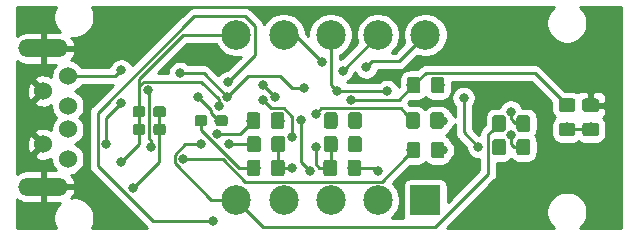
<source format=gbr>
G04 #@! TF.GenerationSoftware,KiCad,Pcbnew,(5.1.0)-1*
G04 #@! TF.CreationDate,2022-11-08T17:01:55+01:00*
G04 #@! TF.ProjectId,USB - UART,55534220-2d20-4554-9152-542e6b696361,rev?*
G04 #@! TF.SameCoordinates,Original*
G04 #@! TF.FileFunction,Copper,L2,Bot*
G04 #@! TF.FilePolarity,Positive*
%FSLAX46Y46*%
G04 Gerber Fmt 4.6, Leading zero omitted, Abs format (unit mm)*
G04 Created by KiCad (PCBNEW (5.1.0)-1) date 2022-11-08 17:01:55*
%MOMM*%
%LPD*%
G04 APERTURE LIST*
%ADD10C,2.500000*%
%ADD11C,0.100000*%
%ADD12C,0.950000*%
%ADD13C,1.150000*%
%ADD14R,2.500000X2.500000*%
%ADD15C,1.524000*%
%ADD16O,4.200000X1.524000*%
%ADD17C,0.800000*%
%ADD18C,0.250000*%
%ADD19C,0.254000*%
G04 APERTURE END LIST*
D10*
X129750000Y-95500000D03*
X133750000Y-95500000D03*
D11*
G36*
X119060779Y-102276144D02*
G01*
X119083834Y-102279563D01*
X119106443Y-102285227D01*
X119128387Y-102293079D01*
X119149457Y-102303044D01*
X119169448Y-102315026D01*
X119188168Y-102328910D01*
X119205438Y-102344562D01*
X119221090Y-102361832D01*
X119234974Y-102380552D01*
X119246956Y-102400543D01*
X119256921Y-102421613D01*
X119264773Y-102443557D01*
X119270437Y-102466166D01*
X119273856Y-102489221D01*
X119275000Y-102512500D01*
X119275000Y-102987500D01*
X119273856Y-103010779D01*
X119270437Y-103033834D01*
X119264773Y-103056443D01*
X119256921Y-103078387D01*
X119246956Y-103099457D01*
X119234974Y-103119448D01*
X119221090Y-103138168D01*
X119205438Y-103155438D01*
X119188168Y-103171090D01*
X119169448Y-103184974D01*
X119149457Y-103196956D01*
X119128387Y-103206921D01*
X119106443Y-103214773D01*
X119083834Y-103220437D01*
X119060779Y-103223856D01*
X119037500Y-103225000D01*
X118462500Y-103225000D01*
X118439221Y-103223856D01*
X118416166Y-103220437D01*
X118393557Y-103214773D01*
X118371613Y-103206921D01*
X118350543Y-103196956D01*
X118330552Y-103184974D01*
X118311832Y-103171090D01*
X118294562Y-103155438D01*
X118278910Y-103138168D01*
X118265026Y-103119448D01*
X118253044Y-103099457D01*
X118243079Y-103078387D01*
X118235227Y-103056443D01*
X118229563Y-103033834D01*
X118226144Y-103010779D01*
X118225000Y-102987500D01*
X118225000Y-102512500D01*
X118226144Y-102489221D01*
X118229563Y-102466166D01*
X118235227Y-102443557D01*
X118243079Y-102421613D01*
X118253044Y-102400543D01*
X118265026Y-102380552D01*
X118278910Y-102361832D01*
X118294562Y-102344562D01*
X118311832Y-102328910D01*
X118330552Y-102315026D01*
X118350543Y-102303044D01*
X118371613Y-102293079D01*
X118393557Y-102285227D01*
X118416166Y-102279563D01*
X118439221Y-102276144D01*
X118462500Y-102275000D01*
X119037500Y-102275000D01*
X119060779Y-102276144D01*
X119060779Y-102276144D01*
G37*
D12*
X118750000Y-102750000D03*
D11*
G36*
X120810779Y-102276144D02*
G01*
X120833834Y-102279563D01*
X120856443Y-102285227D01*
X120878387Y-102293079D01*
X120899457Y-102303044D01*
X120919448Y-102315026D01*
X120938168Y-102328910D01*
X120955438Y-102344562D01*
X120971090Y-102361832D01*
X120984974Y-102380552D01*
X120996956Y-102400543D01*
X121006921Y-102421613D01*
X121014773Y-102443557D01*
X121020437Y-102466166D01*
X121023856Y-102489221D01*
X121025000Y-102512500D01*
X121025000Y-102987500D01*
X121023856Y-103010779D01*
X121020437Y-103033834D01*
X121014773Y-103056443D01*
X121006921Y-103078387D01*
X120996956Y-103099457D01*
X120984974Y-103119448D01*
X120971090Y-103138168D01*
X120955438Y-103155438D01*
X120938168Y-103171090D01*
X120919448Y-103184974D01*
X120899457Y-103196956D01*
X120878387Y-103206921D01*
X120856443Y-103214773D01*
X120833834Y-103220437D01*
X120810779Y-103223856D01*
X120787500Y-103225000D01*
X120212500Y-103225000D01*
X120189221Y-103223856D01*
X120166166Y-103220437D01*
X120143557Y-103214773D01*
X120121613Y-103206921D01*
X120100543Y-103196956D01*
X120080552Y-103184974D01*
X120061832Y-103171090D01*
X120044562Y-103155438D01*
X120028910Y-103138168D01*
X120015026Y-103119448D01*
X120003044Y-103099457D01*
X119993079Y-103078387D01*
X119985227Y-103056443D01*
X119979563Y-103033834D01*
X119976144Y-103010779D01*
X119975000Y-102987500D01*
X119975000Y-102512500D01*
X119976144Y-102489221D01*
X119979563Y-102466166D01*
X119985227Y-102443557D01*
X119993079Y-102421613D01*
X120003044Y-102400543D01*
X120015026Y-102380552D01*
X120028910Y-102361832D01*
X120044562Y-102344562D01*
X120061832Y-102328910D01*
X120080552Y-102315026D01*
X120100543Y-102303044D01*
X120121613Y-102293079D01*
X120143557Y-102285227D01*
X120166166Y-102279563D01*
X120189221Y-102276144D01*
X120212500Y-102275000D01*
X120787500Y-102275000D01*
X120810779Y-102276144D01*
X120810779Y-102276144D01*
G37*
D12*
X120500000Y-102750000D03*
D11*
G36*
X113810779Y-103026144D02*
G01*
X113833834Y-103029563D01*
X113856443Y-103035227D01*
X113878387Y-103043079D01*
X113899457Y-103053044D01*
X113919448Y-103065026D01*
X113938168Y-103078910D01*
X113955438Y-103094562D01*
X113971090Y-103111832D01*
X113984974Y-103130552D01*
X113996956Y-103150543D01*
X114006921Y-103171613D01*
X114014773Y-103193557D01*
X114020437Y-103216166D01*
X114023856Y-103239221D01*
X114025000Y-103262500D01*
X114025000Y-103737500D01*
X114023856Y-103760779D01*
X114020437Y-103783834D01*
X114014773Y-103806443D01*
X114006921Y-103828387D01*
X113996956Y-103849457D01*
X113984974Y-103869448D01*
X113971090Y-103888168D01*
X113955438Y-103905438D01*
X113938168Y-103921090D01*
X113919448Y-103934974D01*
X113899457Y-103946956D01*
X113878387Y-103956921D01*
X113856443Y-103964773D01*
X113833834Y-103970437D01*
X113810779Y-103973856D01*
X113787500Y-103975000D01*
X113212500Y-103975000D01*
X113189221Y-103973856D01*
X113166166Y-103970437D01*
X113143557Y-103964773D01*
X113121613Y-103956921D01*
X113100543Y-103946956D01*
X113080552Y-103934974D01*
X113061832Y-103921090D01*
X113044562Y-103905438D01*
X113028910Y-103888168D01*
X113015026Y-103869448D01*
X113003044Y-103849457D01*
X112993079Y-103828387D01*
X112985227Y-103806443D01*
X112979563Y-103783834D01*
X112976144Y-103760779D01*
X112975000Y-103737500D01*
X112975000Y-103262500D01*
X112976144Y-103239221D01*
X112979563Y-103216166D01*
X112985227Y-103193557D01*
X112993079Y-103171613D01*
X113003044Y-103150543D01*
X113015026Y-103130552D01*
X113028910Y-103111832D01*
X113044562Y-103094562D01*
X113061832Y-103078910D01*
X113080552Y-103065026D01*
X113100543Y-103053044D01*
X113121613Y-103043079D01*
X113143557Y-103035227D01*
X113166166Y-103029563D01*
X113189221Y-103026144D01*
X113212500Y-103025000D01*
X113787500Y-103025000D01*
X113810779Y-103026144D01*
X113810779Y-103026144D01*
G37*
D12*
X113500000Y-103500000D03*
D11*
G36*
X115560779Y-103026144D02*
G01*
X115583834Y-103029563D01*
X115606443Y-103035227D01*
X115628387Y-103043079D01*
X115649457Y-103053044D01*
X115669448Y-103065026D01*
X115688168Y-103078910D01*
X115705438Y-103094562D01*
X115721090Y-103111832D01*
X115734974Y-103130552D01*
X115746956Y-103150543D01*
X115756921Y-103171613D01*
X115764773Y-103193557D01*
X115770437Y-103216166D01*
X115773856Y-103239221D01*
X115775000Y-103262500D01*
X115775000Y-103737500D01*
X115773856Y-103760779D01*
X115770437Y-103783834D01*
X115764773Y-103806443D01*
X115756921Y-103828387D01*
X115746956Y-103849457D01*
X115734974Y-103869448D01*
X115721090Y-103888168D01*
X115705438Y-103905438D01*
X115688168Y-103921090D01*
X115669448Y-103934974D01*
X115649457Y-103946956D01*
X115628387Y-103956921D01*
X115606443Y-103964773D01*
X115583834Y-103970437D01*
X115560779Y-103973856D01*
X115537500Y-103975000D01*
X114962500Y-103975000D01*
X114939221Y-103973856D01*
X114916166Y-103970437D01*
X114893557Y-103964773D01*
X114871613Y-103956921D01*
X114850543Y-103946956D01*
X114830552Y-103934974D01*
X114811832Y-103921090D01*
X114794562Y-103905438D01*
X114778910Y-103888168D01*
X114765026Y-103869448D01*
X114753044Y-103849457D01*
X114743079Y-103828387D01*
X114735227Y-103806443D01*
X114729563Y-103783834D01*
X114726144Y-103760779D01*
X114725000Y-103737500D01*
X114725000Y-103262500D01*
X114726144Y-103239221D01*
X114729563Y-103216166D01*
X114735227Y-103193557D01*
X114743079Y-103171613D01*
X114753044Y-103150543D01*
X114765026Y-103130552D01*
X114778910Y-103111832D01*
X114794562Y-103094562D01*
X114811832Y-103078910D01*
X114830552Y-103065026D01*
X114850543Y-103053044D01*
X114871613Y-103043079D01*
X114893557Y-103035227D01*
X114916166Y-103029563D01*
X114939221Y-103026144D01*
X114962500Y-103025000D01*
X115537500Y-103025000D01*
X115560779Y-103026144D01*
X115560779Y-103026144D01*
G37*
D12*
X115250000Y-103500000D03*
D11*
G36*
X113810779Y-101526144D02*
G01*
X113833834Y-101529563D01*
X113856443Y-101535227D01*
X113878387Y-101543079D01*
X113899457Y-101553044D01*
X113919448Y-101565026D01*
X113938168Y-101578910D01*
X113955438Y-101594562D01*
X113971090Y-101611832D01*
X113984974Y-101630552D01*
X113996956Y-101650543D01*
X114006921Y-101671613D01*
X114014773Y-101693557D01*
X114020437Y-101716166D01*
X114023856Y-101739221D01*
X114025000Y-101762500D01*
X114025000Y-102237500D01*
X114023856Y-102260779D01*
X114020437Y-102283834D01*
X114014773Y-102306443D01*
X114006921Y-102328387D01*
X113996956Y-102349457D01*
X113984974Y-102369448D01*
X113971090Y-102388168D01*
X113955438Y-102405438D01*
X113938168Y-102421090D01*
X113919448Y-102434974D01*
X113899457Y-102446956D01*
X113878387Y-102456921D01*
X113856443Y-102464773D01*
X113833834Y-102470437D01*
X113810779Y-102473856D01*
X113787500Y-102475000D01*
X113212500Y-102475000D01*
X113189221Y-102473856D01*
X113166166Y-102470437D01*
X113143557Y-102464773D01*
X113121613Y-102456921D01*
X113100543Y-102446956D01*
X113080552Y-102434974D01*
X113061832Y-102421090D01*
X113044562Y-102405438D01*
X113028910Y-102388168D01*
X113015026Y-102369448D01*
X113003044Y-102349457D01*
X112993079Y-102328387D01*
X112985227Y-102306443D01*
X112979563Y-102283834D01*
X112976144Y-102260779D01*
X112975000Y-102237500D01*
X112975000Y-101762500D01*
X112976144Y-101739221D01*
X112979563Y-101716166D01*
X112985227Y-101693557D01*
X112993079Y-101671613D01*
X113003044Y-101650543D01*
X113015026Y-101630552D01*
X113028910Y-101611832D01*
X113044562Y-101594562D01*
X113061832Y-101578910D01*
X113080552Y-101565026D01*
X113100543Y-101553044D01*
X113121613Y-101543079D01*
X113143557Y-101535227D01*
X113166166Y-101529563D01*
X113189221Y-101526144D01*
X113212500Y-101525000D01*
X113787500Y-101525000D01*
X113810779Y-101526144D01*
X113810779Y-101526144D01*
G37*
D12*
X113500000Y-102000000D03*
D11*
G36*
X115560779Y-101526144D02*
G01*
X115583834Y-101529563D01*
X115606443Y-101535227D01*
X115628387Y-101543079D01*
X115649457Y-101553044D01*
X115669448Y-101565026D01*
X115688168Y-101578910D01*
X115705438Y-101594562D01*
X115721090Y-101611832D01*
X115734974Y-101630552D01*
X115746956Y-101650543D01*
X115756921Y-101671613D01*
X115764773Y-101693557D01*
X115770437Y-101716166D01*
X115773856Y-101739221D01*
X115775000Y-101762500D01*
X115775000Y-102237500D01*
X115773856Y-102260779D01*
X115770437Y-102283834D01*
X115764773Y-102306443D01*
X115756921Y-102328387D01*
X115746956Y-102349457D01*
X115734974Y-102369448D01*
X115721090Y-102388168D01*
X115705438Y-102405438D01*
X115688168Y-102421090D01*
X115669448Y-102434974D01*
X115649457Y-102446956D01*
X115628387Y-102456921D01*
X115606443Y-102464773D01*
X115583834Y-102470437D01*
X115560779Y-102473856D01*
X115537500Y-102475000D01*
X114962500Y-102475000D01*
X114939221Y-102473856D01*
X114916166Y-102470437D01*
X114893557Y-102464773D01*
X114871613Y-102456921D01*
X114850543Y-102446956D01*
X114830552Y-102434974D01*
X114811832Y-102421090D01*
X114794562Y-102405438D01*
X114778910Y-102388168D01*
X114765026Y-102369448D01*
X114753044Y-102349457D01*
X114743079Y-102328387D01*
X114735227Y-102306443D01*
X114729563Y-102283834D01*
X114726144Y-102260779D01*
X114725000Y-102237500D01*
X114725000Y-101762500D01*
X114726144Y-101739221D01*
X114729563Y-101716166D01*
X114735227Y-101693557D01*
X114743079Y-101671613D01*
X114753044Y-101650543D01*
X114765026Y-101630552D01*
X114778910Y-101611832D01*
X114794562Y-101594562D01*
X114811832Y-101578910D01*
X114830552Y-101565026D01*
X114850543Y-101553044D01*
X114871613Y-101543079D01*
X114893557Y-101535227D01*
X114916166Y-101529563D01*
X114939221Y-101526144D01*
X114962500Y-101525000D01*
X115537500Y-101525000D01*
X115560779Y-101526144D01*
X115560779Y-101526144D01*
G37*
D12*
X115250000Y-102000000D03*
D10*
X137750000Y-95500000D03*
D11*
G36*
X150224505Y-100876204D02*
G01*
X150248773Y-100879804D01*
X150272572Y-100885765D01*
X150295671Y-100894030D01*
X150317850Y-100904520D01*
X150338893Y-100917132D01*
X150358599Y-100931747D01*
X150376777Y-100948223D01*
X150393253Y-100966401D01*
X150407868Y-100986107D01*
X150420480Y-101007150D01*
X150430970Y-101029329D01*
X150439235Y-101052428D01*
X150445196Y-101076227D01*
X150448796Y-101100495D01*
X150450000Y-101124999D01*
X150450000Y-101775001D01*
X150448796Y-101799505D01*
X150445196Y-101823773D01*
X150439235Y-101847572D01*
X150430970Y-101870671D01*
X150420480Y-101892850D01*
X150407868Y-101913893D01*
X150393253Y-101933599D01*
X150376777Y-101951777D01*
X150358599Y-101968253D01*
X150338893Y-101982868D01*
X150317850Y-101995480D01*
X150295671Y-102005970D01*
X150272572Y-102014235D01*
X150248773Y-102020196D01*
X150224505Y-102023796D01*
X150200001Y-102025000D01*
X149299999Y-102025000D01*
X149275495Y-102023796D01*
X149251227Y-102020196D01*
X149227428Y-102014235D01*
X149204329Y-102005970D01*
X149182150Y-101995480D01*
X149161107Y-101982868D01*
X149141401Y-101968253D01*
X149123223Y-101951777D01*
X149106747Y-101933599D01*
X149092132Y-101913893D01*
X149079520Y-101892850D01*
X149069030Y-101870671D01*
X149060765Y-101847572D01*
X149054804Y-101823773D01*
X149051204Y-101799505D01*
X149050000Y-101775001D01*
X149050000Y-101124999D01*
X149051204Y-101100495D01*
X149054804Y-101076227D01*
X149060765Y-101052428D01*
X149069030Y-101029329D01*
X149079520Y-101007150D01*
X149092132Y-100986107D01*
X149106747Y-100966401D01*
X149123223Y-100948223D01*
X149141401Y-100931747D01*
X149161107Y-100917132D01*
X149182150Y-100904520D01*
X149204329Y-100894030D01*
X149227428Y-100885765D01*
X149251227Y-100879804D01*
X149275495Y-100876204D01*
X149299999Y-100875000D01*
X150200001Y-100875000D01*
X150224505Y-100876204D01*
X150224505Y-100876204D01*
G37*
D13*
X149750000Y-101450000D03*
D11*
G36*
X150224505Y-102926204D02*
G01*
X150248773Y-102929804D01*
X150272572Y-102935765D01*
X150295671Y-102944030D01*
X150317850Y-102954520D01*
X150338893Y-102967132D01*
X150358599Y-102981747D01*
X150376777Y-102998223D01*
X150393253Y-103016401D01*
X150407868Y-103036107D01*
X150420480Y-103057150D01*
X150430970Y-103079329D01*
X150439235Y-103102428D01*
X150445196Y-103126227D01*
X150448796Y-103150495D01*
X150450000Y-103174999D01*
X150450000Y-103825001D01*
X150448796Y-103849505D01*
X150445196Y-103873773D01*
X150439235Y-103897572D01*
X150430970Y-103920671D01*
X150420480Y-103942850D01*
X150407868Y-103963893D01*
X150393253Y-103983599D01*
X150376777Y-104001777D01*
X150358599Y-104018253D01*
X150338893Y-104032868D01*
X150317850Y-104045480D01*
X150295671Y-104055970D01*
X150272572Y-104064235D01*
X150248773Y-104070196D01*
X150224505Y-104073796D01*
X150200001Y-104075000D01*
X149299999Y-104075000D01*
X149275495Y-104073796D01*
X149251227Y-104070196D01*
X149227428Y-104064235D01*
X149204329Y-104055970D01*
X149182150Y-104045480D01*
X149161107Y-104032868D01*
X149141401Y-104018253D01*
X149123223Y-104001777D01*
X149106747Y-103983599D01*
X149092132Y-103963893D01*
X149079520Y-103942850D01*
X149069030Y-103920671D01*
X149060765Y-103897572D01*
X149054804Y-103873773D01*
X149051204Y-103849505D01*
X149050000Y-103825001D01*
X149050000Y-103174999D01*
X149051204Y-103150495D01*
X149054804Y-103126227D01*
X149060765Y-103102428D01*
X149069030Y-103079329D01*
X149079520Y-103057150D01*
X149092132Y-103036107D01*
X149106747Y-103016401D01*
X149123223Y-102998223D01*
X149141401Y-102981747D01*
X149161107Y-102967132D01*
X149182150Y-102954520D01*
X149204329Y-102944030D01*
X149227428Y-102935765D01*
X149251227Y-102929804D01*
X149275495Y-102926204D01*
X149299999Y-102925000D01*
X150200001Y-102925000D01*
X150224505Y-102926204D01*
X150224505Y-102926204D01*
G37*
D13*
X149750000Y-103500000D03*
D11*
G36*
X152224505Y-102926204D02*
G01*
X152248773Y-102929804D01*
X152272572Y-102935765D01*
X152295671Y-102944030D01*
X152317850Y-102954520D01*
X152338893Y-102967132D01*
X152358599Y-102981747D01*
X152376777Y-102998223D01*
X152393253Y-103016401D01*
X152407868Y-103036107D01*
X152420480Y-103057150D01*
X152430970Y-103079329D01*
X152439235Y-103102428D01*
X152445196Y-103126227D01*
X152448796Y-103150495D01*
X152450000Y-103174999D01*
X152450000Y-103825001D01*
X152448796Y-103849505D01*
X152445196Y-103873773D01*
X152439235Y-103897572D01*
X152430970Y-103920671D01*
X152420480Y-103942850D01*
X152407868Y-103963893D01*
X152393253Y-103983599D01*
X152376777Y-104001777D01*
X152358599Y-104018253D01*
X152338893Y-104032868D01*
X152317850Y-104045480D01*
X152295671Y-104055970D01*
X152272572Y-104064235D01*
X152248773Y-104070196D01*
X152224505Y-104073796D01*
X152200001Y-104075000D01*
X151299999Y-104075000D01*
X151275495Y-104073796D01*
X151251227Y-104070196D01*
X151227428Y-104064235D01*
X151204329Y-104055970D01*
X151182150Y-104045480D01*
X151161107Y-104032868D01*
X151141401Y-104018253D01*
X151123223Y-104001777D01*
X151106747Y-103983599D01*
X151092132Y-103963893D01*
X151079520Y-103942850D01*
X151069030Y-103920671D01*
X151060765Y-103897572D01*
X151054804Y-103873773D01*
X151051204Y-103849505D01*
X151050000Y-103825001D01*
X151050000Y-103174999D01*
X151051204Y-103150495D01*
X151054804Y-103126227D01*
X151060765Y-103102428D01*
X151069030Y-103079329D01*
X151079520Y-103057150D01*
X151092132Y-103036107D01*
X151106747Y-103016401D01*
X151123223Y-102998223D01*
X151141401Y-102981747D01*
X151161107Y-102967132D01*
X151182150Y-102954520D01*
X151204329Y-102944030D01*
X151227428Y-102935765D01*
X151251227Y-102929804D01*
X151275495Y-102926204D01*
X151299999Y-102925000D01*
X152200001Y-102925000D01*
X152224505Y-102926204D01*
X152224505Y-102926204D01*
G37*
D13*
X151750000Y-103500000D03*
D11*
G36*
X152224505Y-100876204D02*
G01*
X152248773Y-100879804D01*
X152272572Y-100885765D01*
X152295671Y-100894030D01*
X152317850Y-100904520D01*
X152338893Y-100917132D01*
X152358599Y-100931747D01*
X152376777Y-100948223D01*
X152393253Y-100966401D01*
X152407868Y-100986107D01*
X152420480Y-101007150D01*
X152430970Y-101029329D01*
X152439235Y-101052428D01*
X152445196Y-101076227D01*
X152448796Y-101100495D01*
X152450000Y-101124999D01*
X152450000Y-101775001D01*
X152448796Y-101799505D01*
X152445196Y-101823773D01*
X152439235Y-101847572D01*
X152430970Y-101870671D01*
X152420480Y-101892850D01*
X152407868Y-101913893D01*
X152393253Y-101933599D01*
X152376777Y-101951777D01*
X152358599Y-101968253D01*
X152338893Y-101982868D01*
X152317850Y-101995480D01*
X152295671Y-102005970D01*
X152272572Y-102014235D01*
X152248773Y-102020196D01*
X152224505Y-102023796D01*
X152200001Y-102025000D01*
X151299999Y-102025000D01*
X151275495Y-102023796D01*
X151251227Y-102020196D01*
X151227428Y-102014235D01*
X151204329Y-102005970D01*
X151182150Y-101995480D01*
X151161107Y-101982868D01*
X151141401Y-101968253D01*
X151123223Y-101951777D01*
X151106747Y-101933599D01*
X151092132Y-101913893D01*
X151079520Y-101892850D01*
X151069030Y-101870671D01*
X151060765Y-101847572D01*
X151054804Y-101823773D01*
X151051204Y-101799505D01*
X151050000Y-101775001D01*
X151050000Y-101124999D01*
X151051204Y-101100495D01*
X151054804Y-101076227D01*
X151060765Y-101052428D01*
X151069030Y-101029329D01*
X151079520Y-101007150D01*
X151092132Y-100986107D01*
X151106747Y-100966401D01*
X151123223Y-100948223D01*
X151141401Y-100931747D01*
X151161107Y-100917132D01*
X151182150Y-100904520D01*
X151204329Y-100894030D01*
X151227428Y-100885765D01*
X151251227Y-100879804D01*
X151275495Y-100876204D01*
X151299999Y-100875000D01*
X152200001Y-100875000D01*
X152224505Y-100876204D01*
X152224505Y-100876204D01*
G37*
D13*
X151750000Y-101450000D03*
D14*
X137750000Y-109500000D03*
D10*
X121750000Y-109500000D03*
X121750000Y-95500000D03*
X125750000Y-95500000D03*
D11*
G36*
X139149505Y-99051204D02*
G01*
X139173773Y-99054804D01*
X139197572Y-99060765D01*
X139220671Y-99069030D01*
X139242850Y-99079520D01*
X139263893Y-99092132D01*
X139283599Y-99106747D01*
X139301777Y-99123223D01*
X139318253Y-99141401D01*
X139332868Y-99161107D01*
X139345480Y-99182150D01*
X139355970Y-99204329D01*
X139364235Y-99227428D01*
X139370196Y-99251227D01*
X139373796Y-99275495D01*
X139375000Y-99299999D01*
X139375000Y-100200001D01*
X139373796Y-100224505D01*
X139370196Y-100248773D01*
X139364235Y-100272572D01*
X139355970Y-100295671D01*
X139345480Y-100317850D01*
X139332868Y-100338893D01*
X139318253Y-100358599D01*
X139301777Y-100376777D01*
X139283599Y-100393253D01*
X139263893Y-100407868D01*
X139242850Y-100420480D01*
X139220671Y-100430970D01*
X139197572Y-100439235D01*
X139173773Y-100445196D01*
X139149505Y-100448796D01*
X139125001Y-100450000D01*
X138474999Y-100450000D01*
X138450495Y-100448796D01*
X138426227Y-100445196D01*
X138402428Y-100439235D01*
X138379329Y-100430970D01*
X138357150Y-100420480D01*
X138336107Y-100407868D01*
X138316401Y-100393253D01*
X138298223Y-100376777D01*
X138281747Y-100358599D01*
X138267132Y-100338893D01*
X138254520Y-100317850D01*
X138244030Y-100295671D01*
X138235765Y-100272572D01*
X138229804Y-100248773D01*
X138226204Y-100224505D01*
X138225000Y-100200001D01*
X138225000Y-99299999D01*
X138226204Y-99275495D01*
X138229804Y-99251227D01*
X138235765Y-99227428D01*
X138244030Y-99204329D01*
X138254520Y-99182150D01*
X138267132Y-99161107D01*
X138281747Y-99141401D01*
X138298223Y-99123223D01*
X138316401Y-99106747D01*
X138336107Y-99092132D01*
X138357150Y-99079520D01*
X138379329Y-99069030D01*
X138402428Y-99060765D01*
X138426227Y-99054804D01*
X138450495Y-99051204D01*
X138474999Y-99050000D01*
X139125001Y-99050000D01*
X139149505Y-99051204D01*
X139149505Y-99051204D01*
G37*
D13*
X138800000Y-99750000D03*
D11*
G36*
X137099505Y-99051204D02*
G01*
X137123773Y-99054804D01*
X137147572Y-99060765D01*
X137170671Y-99069030D01*
X137192850Y-99079520D01*
X137213893Y-99092132D01*
X137233599Y-99106747D01*
X137251777Y-99123223D01*
X137268253Y-99141401D01*
X137282868Y-99161107D01*
X137295480Y-99182150D01*
X137305970Y-99204329D01*
X137314235Y-99227428D01*
X137320196Y-99251227D01*
X137323796Y-99275495D01*
X137325000Y-99299999D01*
X137325000Y-100200001D01*
X137323796Y-100224505D01*
X137320196Y-100248773D01*
X137314235Y-100272572D01*
X137305970Y-100295671D01*
X137295480Y-100317850D01*
X137282868Y-100338893D01*
X137268253Y-100358599D01*
X137251777Y-100376777D01*
X137233599Y-100393253D01*
X137213893Y-100407868D01*
X137192850Y-100420480D01*
X137170671Y-100430970D01*
X137147572Y-100439235D01*
X137123773Y-100445196D01*
X137099505Y-100448796D01*
X137075001Y-100450000D01*
X136424999Y-100450000D01*
X136400495Y-100448796D01*
X136376227Y-100445196D01*
X136352428Y-100439235D01*
X136329329Y-100430970D01*
X136307150Y-100420480D01*
X136286107Y-100407868D01*
X136266401Y-100393253D01*
X136248223Y-100376777D01*
X136231747Y-100358599D01*
X136217132Y-100338893D01*
X136204520Y-100317850D01*
X136194030Y-100295671D01*
X136185765Y-100272572D01*
X136179804Y-100248773D01*
X136176204Y-100224505D01*
X136175000Y-100200001D01*
X136175000Y-99299999D01*
X136176204Y-99275495D01*
X136179804Y-99251227D01*
X136185765Y-99227428D01*
X136194030Y-99204329D01*
X136204520Y-99182150D01*
X136217132Y-99161107D01*
X136231747Y-99141401D01*
X136248223Y-99123223D01*
X136266401Y-99106747D01*
X136286107Y-99092132D01*
X136307150Y-99079520D01*
X136329329Y-99069030D01*
X136352428Y-99060765D01*
X136376227Y-99054804D01*
X136400495Y-99051204D01*
X136424999Y-99050000D01*
X137075001Y-99050000D01*
X137099505Y-99051204D01*
X137099505Y-99051204D01*
G37*
D13*
X136750000Y-99750000D03*
D11*
G36*
X137049505Y-102051204D02*
G01*
X137073773Y-102054804D01*
X137097572Y-102060765D01*
X137120671Y-102069030D01*
X137142850Y-102079520D01*
X137163893Y-102092132D01*
X137183599Y-102106747D01*
X137201777Y-102123223D01*
X137218253Y-102141401D01*
X137232868Y-102161107D01*
X137245480Y-102182150D01*
X137255970Y-102204329D01*
X137264235Y-102227428D01*
X137270196Y-102251227D01*
X137273796Y-102275495D01*
X137275000Y-102299999D01*
X137275000Y-103200001D01*
X137273796Y-103224505D01*
X137270196Y-103248773D01*
X137264235Y-103272572D01*
X137255970Y-103295671D01*
X137245480Y-103317850D01*
X137232868Y-103338893D01*
X137218253Y-103358599D01*
X137201777Y-103376777D01*
X137183599Y-103393253D01*
X137163893Y-103407868D01*
X137142850Y-103420480D01*
X137120671Y-103430970D01*
X137097572Y-103439235D01*
X137073773Y-103445196D01*
X137049505Y-103448796D01*
X137025001Y-103450000D01*
X136374999Y-103450000D01*
X136350495Y-103448796D01*
X136326227Y-103445196D01*
X136302428Y-103439235D01*
X136279329Y-103430970D01*
X136257150Y-103420480D01*
X136236107Y-103407868D01*
X136216401Y-103393253D01*
X136198223Y-103376777D01*
X136181747Y-103358599D01*
X136167132Y-103338893D01*
X136154520Y-103317850D01*
X136144030Y-103295671D01*
X136135765Y-103272572D01*
X136129804Y-103248773D01*
X136126204Y-103224505D01*
X136125000Y-103200001D01*
X136125000Y-102299999D01*
X136126204Y-102275495D01*
X136129804Y-102251227D01*
X136135765Y-102227428D01*
X136144030Y-102204329D01*
X136154520Y-102182150D01*
X136167132Y-102161107D01*
X136181747Y-102141401D01*
X136198223Y-102123223D01*
X136216401Y-102106747D01*
X136236107Y-102092132D01*
X136257150Y-102079520D01*
X136279329Y-102069030D01*
X136302428Y-102060765D01*
X136326227Y-102054804D01*
X136350495Y-102051204D01*
X136374999Y-102050000D01*
X137025001Y-102050000D01*
X137049505Y-102051204D01*
X137049505Y-102051204D01*
G37*
D13*
X136700000Y-102750000D03*
D11*
G36*
X139099505Y-102051204D02*
G01*
X139123773Y-102054804D01*
X139147572Y-102060765D01*
X139170671Y-102069030D01*
X139192850Y-102079520D01*
X139213893Y-102092132D01*
X139233599Y-102106747D01*
X139251777Y-102123223D01*
X139268253Y-102141401D01*
X139282868Y-102161107D01*
X139295480Y-102182150D01*
X139305970Y-102204329D01*
X139314235Y-102227428D01*
X139320196Y-102251227D01*
X139323796Y-102275495D01*
X139325000Y-102299999D01*
X139325000Y-103200001D01*
X139323796Y-103224505D01*
X139320196Y-103248773D01*
X139314235Y-103272572D01*
X139305970Y-103295671D01*
X139295480Y-103317850D01*
X139282868Y-103338893D01*
X139268253Y-103358599D01*
X139251777Y-103376777D01*
X139233599Y-103393253D01*
X139213893Y-103407868D01*
X139192850Y-103420480D01*
X139170671Y-103430970D01*
X139147572Y-103439235D01*
X139123773Y-103445196D01*
X139099505Y-103448796D01*
X139075001Y-103450000D01*
X138424999Y-103450000D01*
X138400495Y-103448796D01*
X138376227Y-103445196D01*
X138352428Y-103439235D01*
X138329329Y-103430970D01*
X138307150Y-103420480D01*
X138286107Y-103407868D01*
X138266401Y-103393253D01*
X138248223Y-103376777D01*
X138231747Y-103358599D01*
X138217132Y-103338893D01*
X138204520Y-103317850D01*
X138194030Y-103295671D01*
X138185765Y-103272572D01*
X138179804Y-103248773D01*
X138176204Y-103224505D01*
X138175000Y-103200001D01*
X138175000Y-102299999D01*
X138176204Y-102275495D01*
X138179804Y-102251227D01*
X138185765Y-102227428D01*
X138194030Y-102204329D01*
X138204520Y-102182150D01*
X138217132Y-102161107D01*
X138231747Y-102141401D01*
X138248223Y-102123223D01*
X138266401Y-102106747D01*
X138286107Y-102092132D01*
X138307150Y-102079520D01*
X138329329Y-102069030D01*
X138352428Y-102060765D01*
X138376227Y-102054804D01*
X138400495Y-102051204D01*
X138424999Y-102050000D01*
X139075001Y-102050000D01*
X139099505Y-102051204D01*
X139099505Y-102051204D01*
G37*
D13*
X138750000Y-102750000D03*
D11*
G36*
X137099505Y-104551204D02*
G01*
X137123773Y-104554804D01*
X137147572Y-104560765D01*
X137170671Y-104569030D01*
X137192850Y-104579520D01*
X137213893Y-104592132D01*
X137233599Y-104606747D01*
X137251777Y-104623223D01*
X137268253Y-104641401D01*
X137282868Y-104661107D01*
X137295480Y-104682150D01*
X137305970Y-104704329D01*
X137314235Y-104727428D01*
X137320196Y-104751227D01*
X137323796Y-104775495D01*
X137325000Y-104799999D01*
X137325000Y-105700001D01*
X137323796Y-105724505D01*
X137320196Y-105748773D01*
X137314235Y-105772572D01*
X137305970Y-105795671D01*
X137295480Y-105817850D01*
X137282868Y-105838893D01*
X137268253Y-105858599D01*
X137251777Y-105876777D01*
X137233599Y-105893253D01*
X137213893Y-105907868D01*
X137192850Y-105920480D01*
X137170671Y-105930970D01*
X137147572Y-105939235D01*
X137123773Y-105945196D01*
X137099505Y-105948796D01*
X137075001Y-105950000D01*
X136424999Y-105950000D01*
X136400495Y-105948796D01*
X136376227Y-105945196D01*
X136352428Y-105939235D01*
X136329329Y-105930970D01*
X136307150Y-105920480D01*
X136286107Y-105907868D01*
X136266401Y-105893253D01*
X136248223Y-105876777D01*
X136231747Y-105858599D01*
X136217132Y-105838893D01*
X136204520Y-105817850D01*
X136194030Y-105795671D01*
X136185765Y-105772572D01*
X136179804Y-105748773D01*
X136176204Y-105724505D01*
X136175000Y-105700001D01*
X136175000Y-104799999D01*
X136176204Y-104775495D01*
X136179804Y-104751227D01*
X136185765Y-104727428D01*
X136194030Y-104704329D01*
X136204520Y-104682150D01*
X136217132Y-104661107D01*
X136231747Y-104641401D01*
X136248223Y-104623223D01*
X136266401Y-104606747D01*
X136286107Y-104592132D01*
X136307150Y-104579520D01*
X136329329Y-104569030D01*
X136352428Y-104560765D01*
X136376227Y-104554804D01*
X136400495Y-104551204D01*
X136424999Y-104550000D01*
X137075001Y-104550000D01*
X137099505Y-104551204D01*
X137099505Y-104551204D01*
G37*
D13*
X136750000Y-105250000D03*
D11*
G36*
X139149505Y-104551204D02*
G01*
X139173773Y-104554804D01*
X139197572Y-104560765D01*
X139220671Y-104569030D01*
X139242850Y-104579520D01*
X139263893Y-104592132D01*
X139283599Y-104606747D01*
X139301777Y-104623223D01*
X139318253Y-104641401D01*
X139332868Y-104661107D01*
X139345480Y-104682150D01*
X139355970Y-104704329D01*
X139364235Y-104727428D01*
X139370196Y-104751227D01*
X139373796Y-104775495D01*
X139375000Y-104799999D01*
X139375000Y-105700001D01*
X139373796Y-105724505D01*
X139370196Y-105748773D01*
X139364235Y-105772572D01*
X139355970Y-105795671D01*
X139345480Y-105817850D01*
X139332868Y-105838893D01*
X139318253Y-105858599D01*
X139301777Y-105876777D01*
X139283599Y-105893253D01*
X139263893Y-105907868D01*
X139242850Y-105920480D01*
X139220671Y-105930970D01*
X139197572Y-105939235D01*
X139173773Y-105945196D01*
X139149505Y-105948796D01*
X139125001Y-105950000D01*
X138474999Y-105950000D01*
X138450495Y-105948796D01*
X138426227Y-105945196D01*
X138402428Y-105939235D01*
X138379329Y-105930970D01*
X138357150Y-105920480D01*
X138336107Y-105907868D01*
X138316401Y-105893253D01*
X138298223Y-105876777D01*
X138281747Y-105858599D01*
X138267132Y-105838893D01*
X138254520Y-105817850D01*
X138244030Y-105795671D01*
X138235765Y-105772572D01*
X138229804Y-105748773D01*
X138226204Y-105724505D01*
X138225000Y-105700001D01*
X138225000Y-104799999D01*
X138226204Y-104775495D01*
X138229804Y-104751227D01*
X138235765Y-104727428D01*
X138244030Y-104704329D01*
X138254520Y-104682150D01*
X138267132Y-104661107D01*
X138281747Y-104641401D01*
X138298223Y-104623223D01*
X138316401Y-104606747D01*
X138336107Y-104592132D01*
X138357150Y-104579520D01*
X138379329Y-104569030D01*
X138402428Y-104560765D01*
X138426227Y-104554804D01*
X138450495Y-104551204D01*
X138474999Y-104550000D01*
X139125001Y-104550000D01*
X139149505Y-104551204D01*
X139149505Y-104551204D01*
G37*
D13*
X138800000Y-105250000D03*
D11*
G36*
X146399505Y-104301204D02*
G01*
X146423773Y-104304804D01*
X146447572Y-104310765D01*
X146470671Y-104319030D01*
X146492850Y-104329520D01*
X146513893Y-104342132D01*
X146533599Y-104356747D01*
X146551777Y-104373223D01*
X146568253Y-104391401D01*
X146582868Y-104411107D01*
X146595480Y-104432150D01*
X146605970Y-104454329D01*
X146614235Y-104477428D01*
X146620196Y-104501227D01*
X146623796Y-104525495D01*
X146625000Y-104549999D01*
X146625000Y-105450001D01*
X146623796Y-105474505D01*
X146620196Y-105498773D01*
X146614235Y-105522572D01*
X146605970Y-105545671D01*
X146595480Y-105567850D01*
X146582868Y-105588893D01*
X146568253Y-105608599D01*
X146551777Y-105626777D01*
X146533599Y-105643253D01*
X146513893Y-105657868D01*
X146492850Y-105670480D01*
X146470671Y-105680970D01*
X146447572Y-105689235D01*
X146423773Y-105695196D01*
X146399505Y-105698796D01*
X146375001Y-105700000D01*
X145724999Y-105700000D01*
X145700495Y-105698796D01*
X145676227Y-105695196D01*
X145652428Y-105689235D01*
X145629329Y-105680970D01*
X145607150Y-105670480D01*
X145586107Y-105657868D01*
X145566401Y-105643253D01*
X145548223Y-105626777D01*
X145531747Y-105608599D01*
X145517132Y-105588893D01*
X145504520Y-105567850D01*
X145494030Y-105545671D01*
X145485765Y-105522572D01*
X145479804Y-105498773D01*
X145476204Y-105474505D01*
X145475000Y-105450001D01*
X145475000Y-104549999D01*
X145476204Y-104525495D01*
X145479804Y-104501227D01*
X145485765Y-104477428D01*
X145494030Y-104454329D01*
X145504520Y-104432150D01*
X145517132Y-104411107D01*
X145531747Y-104391401D01*
X145548223Y-104373223D01*
X145566401Y-104356747D01*
X145586107Y-104342132D01*
X145607150Y-104329520D01*
X145629329Y-104319030D01*
X145652428Y-104310765D01*
X145676227Y-104304804D01*
X145700495Y-104301204D01*
X145724999Y-104300000D01*
X146375001Y-104300000D01*
X146399505Y-104301204D01*
X146399505Y-104301204D01*
G37*
D13*
X146050000Y-105000000D03*
D11*
G36*
X144349505Y-104301204D02*
G01*
X144373773Y-104304804D01*
X144397572Y-104310765D01*
X144420671Y-104319030D01*
X144442850Y-104329520D01*
X144463893Y-104342132D01*
X144483599Y-104356747D01*
X144501777Y-104373223D01*
X144518253Y-104391401D01*
X144532868Y-104411107D01*
X144545480Y-104432150D01*
X144555970Y-104454329D01*
X144564235Y-104477428D01*
X144570196Y-104501227D01*
X144573796Y-104525495D01*
X144575000Y-104549999D01*
X144575000Y-105450001D01*
X144573796Y-105474505D01*
X144570196Y-105498773D01*
X144564235Y-105522572D01*
X144555970Y-105545671D01*
X144545480Y-105567850D01*
X144532868Y-105588893D01*
X144518253Y-105608599D01*
X144501777Y-105626777D01*
X144483599Y-105643253D01*
X144463893Y-105657868D01*
X144442850Y-105670480D01*
X144420671Y-105680970D01*
X144397572Y-105689235D01*
X144373773Y-105695196D01*
X144349505Y-105698796D01*
X144325001Y-105700000D01*
X143674999Y-105700000D01*
X143650495Y-105698796D01*
X143626227Y-105695196D01*
X143602428Y-105689235D01*
X143579329Y-105680970D01*
X143557150Y-105670480D01*
X143536107Y-105657868D01*
X143516401Y-105643253D01*
X143498223Y-105626777D01*
X143481747Y-105608599D01*
X143467132Y-105588893D01*
X143454520Y-105567850D01*
X143444030Y-105545671D01*
X143435765Y-105522572D01*
X143429804Y-105498773D01*
X143426204Y-105474505D01*
X143425000Y-105450001D01*
X143425000Y-104549999D01*
X143426204Y-104525495D01*
X143429804Y-104501227D01*
X143435765Y-104477428D01*
X143444030Y-104454329D01*
X143454520Y-104432150D01*
X143467132Y-104411107D01*
X143481747Y-104391401D01*
X143498223Y-104373223D01*
X143516401Y-104356747D01*
X143536107Y-104342132D01*
X143557150Y-104329520D01*
X143579329Y-104319030D01*
X143602428Y-104310765D01*
X143626227Y-104304804D01*
X143650495Y-104301204D01*
X143674999Y-104300000D01*
X144325001Y-104300000D01*
X144349505Y-104301204D01*
X144349505Y-104301204D01*
G37*
D13*
X144000000Y-105000000D03*
D11*
G36*
X123599505Y-104051204D02*
G01*
X123623773Y-104054804D01*
X123647572Y-104060765D01*
X123670671Y-104069030D01*
X123692850Y-104079520D01*
X123713893Y-104092132D01*
X123733599Y-104106747D01*
X123751777Y-104123223D01*
X123768253Y-104141401D01*
X123782868Y-104161107D01*
X123795480Y-104182150D01*
X123805970Y-104204329D01*
X123814235Y-104227428D01*
X123820196Y-104251227D01*
X123823796Y-104275495D01*
X123825000Y-104299999D01*
X123825000Y-105200001D01*
X123823796Y-105224505D01*
X123820196Y-105248773D01*
X123814235Y-105272572D01*
X123805970Y-105295671D01*
X123795480Y-105317850D01*
X123782868Y-105338893D01*
X123768253Y-105358599D01*
X123751777Y-105376777D01*
X123733599Y-105393253D01*
X123713893Y-105407868D01*
X123692850Y-105420480D01*
X123670671Y-105430970D01*
X123647572Y-105439235D01*
X123623773Y-105445196D01*
X123599505Y-105448796D01*
X123575001Y-105450000D01*
X122924999Y-105450000D01*
X122900495Y-105448796D01*
X122876227Y-105445196D01*
X122852428Y-105439235D01*
X122829329Y-105430970D01*
X122807150Y-105420480D01*
X122786107Y-105407868D01*
X122766401Y-105393253D01*
X122748223Y-105376777D01*
X122731747Y-105358599D01*
X122717132Y-105338893D01*
X122704520Y-105317850D01*
X122694030Y-105295671D01*
X122685765Y-105272572D01*
X122679804Y-105248773D01*
X122676204Y-105224505D01*
X122675000Y-105200001D01*
X122675000Y-104299999D01*
X122676204Y-104275495D01*
X122679804Y-104251227D01*
X122685765Y-104227428D01*
X122694030Y-104204329D01*
X122704520Y-104182150D01*
X122717132Y-104161107D01*
X122731747Y-104141401D01*
X122748223Y-104123223D01*
X122766401Y-104106747D01*
X122786107Y-104092132D01*
X122807150Y-104079520D01*
X122829329Y-104069030D01*
X122852428Y-104060765D01*
X122876227Y-104054804D01*
X122900495Y-104051204D01*
X122924999Y-104050000D01*
X123575001Y-104050000D01*
X123599505Y-104051204D01*
X123599505Y-104051204D01*
G37*
D13*
X123250000Y-104750000D03*
D11*
G36*
X125649505Y-104051204D02*
G01*
X125673773Y-104054804D01*
X125697572Y-104060765D01*
X125720671Y-104069030D01*
X125742850Y-104079520D01*
X125763893Y-104092132D01*
X125783599Y-104106747D01*
X125801777Y-104123223D01*
X125818253Y-104141401D01*
X125832868Y-104161107D01*
X125845480Y-104182150D01*
X125855970Y-104204329D01*
X125864235Y-104227428D01*
X125870196Y-104251227D01*
X125873796Y-104275495D01*
X125875000Y-104299999D01*
X125875000Y-105200001D01*
X125873796Y-105224505D01*
X125870196Y-105248773D01*
X125864235Y-105272572D01*
X125855970Y-105295671D01*
X125845480Y-105317850D01*
X125832868Y-105338893D01*
X125818253Y-105358599D01*
X125801777Y-105376777D01*
X125783599Y-105393253D01*
X125763893Y-105407868D01*
X125742850Y-105420480D01*
X125720671Y-105430970D01*
X125697572Y-105439235D01*
X125673773Y-105445196D01*
X125649505Y-105448796D01*
X125625001Y-105450000D01*
X124974999Y-105450000D01*
X124950495Y-105448796D01*
X124926227Y-105445196D01*
X124902428Y-105439235D01*
X124879329Y-105430970D01*
X124857150Y-105420480D01*
X124836107Y-105407868D01*
X124816401Y-105393253D01*
X124798223Y-105376777D01*
X124781747Y-105358599D01*
X124767132Y-105338893D01*
X124754520Y-105317850D01*
X124744030Y-105295671D01*
X124735765Y-105272572D01*
X124729804Y-105248773D01*
X124726204Y-105224505D01*
X124725000Y-105200001D01*
X124725000Y-104299999D01*
X124726204Y-104275495D01*
X124729804Y-104251227D01*
X124735765Y-104227428D01*
X124744030Y-104204329D01*
X124754520Y-104182150D01*
X124767132Y-104161107D01*
X124781747Y-104141401D01*
X124798223Y-104123223D01*
X124816401Y-104106747D01*
X124836107Y-104092132D01*
X124857150Y-104079520D01*
X124879329Y-104069030D01*
X124902428Y-104060765D01*
X124926227Y-104054804D01*
X124950495Y-104051204D01*
X124974999Y-104050000D01*
X125625001Y-104050000D01*
X125649505Y-104051204D01*
X125649505Y-104051204D01*
G37*
D13*
X125300000Y-104750000D03*
D11*
G36*
X125624505Y-106051204D02*
G01*
X125648773Y-106054804D01*
X125672572Y-106060765D01*
X125695671Y-106069030D01*
X125717850Y-106079520D01*
X125738893Y-106092132D01*
X125758599Y-106106747D01*
X125776777Y-106123223D01*
X125793253Y-106141401D01*
X125807868Y-106161107D01*
X125820480Y-106182150D01*
X125830970Y-106204329D01*
X125839235Y-106227428D01*
X125845196Y-106251227D01*
X125848796Y-106275495D01*
X125850000Y-106299999D01*
X125850000Y-107200001D01*
X125848796Y-107224505D01*
X125845196Y-107248773D01*
X125839235Y-107272572D01*
X125830970Y-107295671D01*
X125820480Y-107317850D01*
X125807868Y-107338893D01*
X125793253Y-107358599D01*
X125776777Y-107376777D01*
X125758599Y-107393253D01*
X125738893Y-107407868D01*
X125717850Y-107420480D01*
X125695671Y-107430970D01*
X125672572Y-107439235D01*
X125648773Y-107445196D01*
X125624505Y-107448796D01*
X125600001Y-107450000D01*
X124949999Y-107450000D01*
X124925495Y-107448796D01*
X124901227Y-107445196D01*
X124877428Y-107439235D01*
X124854329Y-107430970D01*
X124832150Y-107420480D01*
X124811107Y-107407868D01*
X124791401Y-107393253D01*
X124773223Y-107376777D01*
X124756747Y-107358599D01*
X124742132Y-107338893D01*
X124729520Y-107317850D01*
X124719030Y-107295671D01*
X124710765Y-107272572D01*
X124704804Y-107248773D01*
X124701204Y-107224505D01*
X124700000Y-107200001D01*
X124700000Y-106299999D01*
X124701204Y-106275495D01*
X124704804Y-106251227D01*
X124710765Y-106227428D01*
X124719030Y-106204329D01*
X124729520Y-106182150D01*
X124742132Y-106161107D01*
X124756747Y-106141401D01*
X124773223Y-106123223D01*
X124791401Y-106106747D01*
X124811107Y-106092132D01*
X124832150Y-106079520D01*
X124854329Y-106069030D01*
X124877428Y-106060765D01*
X124901227Y-106054804D01*
X124925495Y-106051204D01*
X124949999Y-106050000D01*
X125600001Y-106050000D01*
X125624505Y-106051204D01*
X125624505Y-106051204D01*
G37*
D13*
X125275000Y-106750000D03*
D11*
G36*
X123574505Y-106051204D02*
G01*
X123598773Y-106054804D01*
X123622572Y-106060765D01*
X123645671Y-106069030D01*
X123667850Y-106079520D01*
X123688893Y-106092132D01*
X123708599Y-106106747D01*
X123726777Y-106123223D01*
X123743253Y-106141401D01*
X123757868Y-106161107D01*
X123770480Y-106182150D01*
X123780970Y-106204329D01*
X123789235Y-106227428D01*
X123795196Y-106251227D01*
X123798796Y-106275495D01*
X123800000Y-106299999D01*
X123800000Y-107200001D01*
X123798796Y-107224505D01*
X123795196Y-107248773D01*
X123789235Y-107272572D01*
X123780970Y-107295671D01*
X123770480Y-107317850D01*
X123757868Y-107338893D01*
X123743253Y-107358599D01*
X123726777Y-107376777D01*
X123708599Y-107393253D01*
X123688893Y-107407868D01*
X123667850Y-107420480D01*
X123645671Y-107430970D01*
X123622572Y-107439235D01*
X123598773Y-107445196D01*
X123574505Y-107448796D01*
X123550001Y-107450000D01*
X122899999Y-107450000D01*
X122875495Y-107448796D01*
X122851227Y-107445196D01*
X122827428Y-107439235D01*
X122804329Y-107430970D01*
X122782150Y-107420480D01*
X122761107Y-107407868D01*
X122741401Y-107393253D01*
X122723223Y-107376777D01*
X122706747Y-107358599D01*
X122692132Y-107338893D01*
X122679520Y-107317850D01*
X122669030Y-107295671D01*
X122660765Y-107272572D01*
X122654804Y-107248773D01*
X122651204Y-107224505D01*
X122650000Y-107200001D01*
X122650000Y-106299999D01*
X122651204Y-106275495D01*
X122654804Y-106251227D01*
X122660765Y-106227428D01*
X122669030Y-106204329D01*
X122679520Y-106182150D01*
X122692132Y-106161107D01*
X122706747Y-106141401D01*
X122723223Y-106123223D01*
X122741401Y-106106747D01*
X122761107Y-106092132D01*
X122782150Y-106079520D01*
X122804329Y-106069030D01*
X122827428Y-106060765D01*
X122851227Y-106054804D01*
X122875495Y-106051204D01*
X122899999Y-106050000D01*
X123550001Y-106050000D01*
X123574505Y-106051204D01*
X123574505Y-106051204D01*
G37*
D13*
X123225000Y-106750000D03*
D11*
G36*
X130099505Y-104051204D02*
G01*
X130123773Y-104054804D01*
X130147572Y-104060765D01*
X130170671Y-104069030D01*
X130192850Y-104079520D01*
X130213893Y-104092132D01*
X130233599Y-104106747D01*
X130251777Y-104123223D01*
X130268253Y-104141401D01*
X130282868Y-104161107D01*
X130295480Y-104182150D01*
X130305970Y-104204329D01*
X130314235Y-104227428D01*
X130320196Y-104251227D01*
X130323796Y-104275495D01*
X130325000Y-104299999D01*
X130325000Y-105200001D01*
X130323796Y-105224505D01*
X130320196Y-105248773D01*
X130314235Y-105272572D01*
X130305970Y-105295671D01*
X130295480Y-105317850D01*
X130282868Y-105338893D01*
X130268253Y-105358599D01*
X130251777Y-105376777D01*
X130233599Y-105393253D01*
X130213893Y-105407868D01*
X130192850Y-105420480D01*
X130170671Y-105430970D01*
X130147572Y-105439235D01*
X130123773Y-105445196D01*
X130099505Y-105448796D01*
X130075001Y-105450000D01*
X129424999Y-105450000D01*
X129400495Y-105448796D01*
X129376227Y-105445196D01*
X129352428Y-105439235D01*
X129329329Y-105430970D01*
X129307150Y-105420480D01*
X129286107Y-105407868D01*
X129266401Y-105393253D01*
X129248223Y-105376777D01*
X129231747Y-105358599D01*
X129217132Y-105338893D01*
X129204520Y-105317850D01*
X129194030Y-105295671D01*
X129185765Y-105272572D01*
X129179804Y-105248773D01*
X129176204Y-105224505D01*
X129175000Y-105200001D01*
X129175000Y-104299999D01*
X129176204Y-104275495D01*
X129179804Y-104251227D01*
X129185765Y-104227428D01*
X129194030Y-104204329D01*
X129204520Y-104182150D01*
X129217132Y-104161107D01*
X129231747Y-104141401D01*
X129248223Y-104123223D01*
X129266401Y-104106747D01*
X129286107Y-104092132D01*
X129307150Y-104079520D01*
X129329329Y-104069030D01*
X129352428Y-104060765D01*
X129376227Y-104054804D01*
X129400495Y-104051204D01*
X129424999Y-104050000D01*
X130075001Y-104050000D01*
X130099505Y-104051204D01*
X130099505Y-104051204D01*
G37*
D13*
X129750000Y-104750000D03*
D11*
G36*
X132149505Y-104051204D02*
G01*
X132173773Y-104054804D01*
X132197572Y-104060765D01*
X132220671Y-104069030D01*
X132242850Y-104079520D01*
X132263893Y-104092132D01*
X132283599Y-104106747D01*
X132301777Y-104123223D01*
X132318253Y-104141401D01*
X132332868Y-104161107D01*
X132345480Y-104182150D01*
X132355970Y-104204329D01*
X132364235Y-104227428D01*
X132370196Y-104251227D01*
X132373796Y-104275495D01*
X132375000Y-104299999D01*
X132375000Y-105200001D01*
X132373796Y-105224505D01*
X132370196Y-105248773D01*
X132364235Y-105272572D01*
X132355970Y-105295671D01*
X132345480Y-105317850D01*
X132332868Y-105338893D01*
X132318253Y-105358599D01*
X132301777Y-105376777D01*
X132283599Y-105393253D01*
X132263893Y-105407868D01*
X132242850Y-105420480D01*
X132220671Y-105430970D01*
X132197572Y-105439235D01*
X132173773Y-105445196D01*
X132149505Y-105448796D01*
X132125001Y-105450000D01*
X131474999Y-105450000D01*
X131450495Y-105448796D01*
X131426227Y-105445196D01*
X131402428Y-105439235D01*
X131379329Y-105430970D01*
X131357150Y-105420480D01*
X131336107Y-105407868D01*
X131316401Y-105393253D01*
X131298223Y-105376777D01*
X131281747Y-105358599D01*
X131267132Y-105338893D01*
X131254520Y-105317850D01*
X131244030Y-105295671D01*
X131235765Y-105272572D01*
X131229804Y-105248773D01*
X131226204Y-105224505D01*
X131225000Y-105200001D01*
X131225000Y-104299999D01*
X131226204Y-104275495D01*
X131229804Y-104251227D01*
X131235765Y-104227428D01*
X131244030Y-104204329D01*
X131254520Y-104182150D01*
X131267132Y-104161107D01*
X131281747Y-104141401D01*
X131298223Y-104123223D01*
X131316401Y-104106747D01*
X131336107Y-104092132D01*
X131357150Y-104079520D01*
X131379329Y-104069030D01*
X131402428Y-104060765D01*
X131426227Y-104054804D01*
X131450495Y-104051204D01*
X131474999Y-104050000D01*
X132125001Y-104050000D01*
X132149505Y-104051204D01*
X132149505Y-104051204D01*
G37*
D13*
X131800000Y-104750000D03*
D11*
G36*
X130049505Y-106051204D02*
G01*
X130073773Y-106054804D01*
X130097572Y-106060765D01*
X130120671Y-106069030D01*
X130142850Y-106079520D01*
X130163893Y-106092132D01*
X130183599Y-106106747D01*
X130201777Y-106123223D01*
X130218253Y-106141401D01*
X130232868Y-106161107D01*
X130245480Y-106182150D01*
X130255970Y-106204329D01*
X130264235Y-106227428D01*
X130270196Y-106251227D01*
X130273796Y-106275495D01*
X130275000Y-106299999D01*
X130275000Y-107200001D01*
X130273796Y-107224505D01*
X130270196Y-107248773D01*
X130264235Y-107272572D01*
X130255970Y-107295671D01*
X130245480Y-107317850D01*
X130232868Y-107338893D01*
X130218253Y-107358599D01*
X130201777Y-107376777D01*
X130183599Y-107393253D01*
X130163893Y-107407868D01*
X130142850Y-107420480D01*
X130120671Y-107430970D01*
X130097572Y-107439235D01*
X130073773Y-107445196D01*
X130049505Y-107448796D01*
X130025001Y-107450000D01*
X129374999Y-107450000D01*
X129350495Y-107448796D01*
X129326227Y-107445196D01*
X129302428Y-107439235D01*
X129279329Y-107430970D01*
X129257150Y-107420480D01*
X129236107Y-107407868D01*
X129216401Y-107393253D01*
X129198223Y-107376777D01*
X129181747Y-107358599D01*
X129167132Y-107338893D01*
X129154520Y-107317850D01*
X129144030Y-107295671D01*
X129135765Y-107272572D01*
X129129804Y-107248773D01*
X129126204Y-107224505D01*
X129125000Y-107200001D01*
X129125000Y-106299999D01*
X129126204Y-106275495D01*
X129129804Y-106251227D01*
X129135765Y-106227428D01*
X129144030Y-106204329D01*
X129154520Y-106182150D01*
X129167132Y-106161107D01*
X129181747Y-106141401D01*
X129198223Y-106123223D01*
X129216401Y-106106747D01*
X129236107Y-106092132D01*
X129257150Y-106079520D01*
X129279329Y-106069030D01*
X129302428Y-106060765D01*
X129326227Y-106054804D01*
X129350495Y-106051204D01*
X129374999Y-106050000D01*
X130025001Y-106050000D01*
X130049505Y-106051204D01*
X130049505Y-106051204D01*
G37*
D13*
X129700000Y-106750000D03*
D11*
G36*
X132099505Y-106051204D02*
G01*
X132123773Y-106054804D01*
X132147572Y-106060765D01*
X132170671Y-106069030D01*
X132192850Y-106079520D01*
X132213893Y-106092132D01*
X132233599Y-106106747D01*
X132251777Y-106123223D01*
X132268253Y-106141401D01*
X132282868Y-106161107D01*
X132295480Y-106182150D01*
X132305970Y-106204329D01*
X132314235Y-106227428D01*
X132320196Y-106251227D01*
X132323796Y-106275495D01*
X132325000Y-106299999D01*
X132325000Y-107200001D01*
X132323796Y-107224505D01*
X132320196Y-107248773D01*
X132314235Y-107272572D01*
X132305970Y-107295671D01*
X132295480Y-107317850D01*
X132282868Y-107338893D01*
X132268253Y-107358599D01*
X132251777Y-107376777D01*
X132233599Y-107393253D01*
X132213893Y-107407868D01*
X132192850Y-107420480D01*
X132170671Y-107430970D01*
X132147572Y-107439235D01*
X132123773Y-107445196D01*
X132099505Y-107448796D01*
X132075001Y-107450000D01*
X131424999Y-107450000D01*
X131400495Y-107448796D01*
X131376227Y-107445196D01*
X131352428Y-107439235D01*
X131329329Y-107430970D01*
X131307150Y-107420480D01*
X131286107Y-107407868D01*
X131266401Y-107393253D01*
X131248223Y-107376777D01*
X131231747Y-107358599D01*
X131217132Y-107338893D01*
X131204520Y-107317850D01*
X131194030Y-107295671D01*
X131185765Y-107272572D01*
X131179804Y-107248773D01*
X131176204Y-107224505D01*
X131175000Y-107200001D01*
X131175000Y-106299999D01*
X131176204Y-106275495D01*
X131179804Y-106251227D01*
X131185765Y-106227428D01*
X131194030Y-106204329D01*
X131204520Y-106182150D01*
X131217132Y-106161107D01*
X131231747Y-106141401D01*
X131248223Y-106123223D01*
X131266401Y-106106747D01*
X131286107Y-106092132D01*
X131307150Y-106079520D01*
X131329329Y-106069030D01*
X131352428Y-106060765D01*
X131376227Y-106054804D01*
X131400495Y-106051204D01*
X131424999Y-106050000D01*
X132075001Y-106050000D01*
X132099505Y-106051204D01*
X132099505Y-106051204D01*
G37*
D13*
X131750000Y-106750000D03*
D11*
G36*
X144349505Y-102301204D02*
G01*
X144373773Y-102304804D01*
X144397572Y-102310765D01*
X144420671Y-102319030D01*
X144442850Y-102329520D01*
X144463893Y-102342132D01*
X144483599Y-102356747D01*
X144501777Y-102373223D01*
X144518253Y-102391401D01*
X144532868Y-102411107D01*
X144545480Y-102432150D01*
X144555970Y-102454329D01*
X144564235Y-102477428D01*
X144570196Y-102501227D01*
X144573796Y-102525495D01*
X144575000Y-102549999D01*
X144575000Y-103450001D01*
X144573796Y-103474505D01*
X144570196Y-103498773D01*
X144564235Y-103522572D01*
X144555970Y-103545671D01*
X144545480Y-103567850D01*
X144532868Y-103588893D01*
X144518253Y-103608599D01*
X144501777Y-103626777D01*
X144483599Y-103643253D01*
X144463893Y-103657868D01*
X144442850Y-103670480D01*
X144420671Y-103680970D01*
X144397572Y-103689235D01*
X144373773Y-103695196D01*
X144349505Y-103698796D01*
X144325001Y-103700000D01*
X143674999Y-103700000D01*
X143650495Y-103698796D01*
X143626227Y-103695196D01*
X143602428Y-103689235D01*
X143579329Y-103680970D01*
X143557150Y-103670480D01*
X143536107Y-103657868D01*
X143516401Y-103643253D01*
X143498223Y-103626777D01*
X143481747Y-103608599D01*
X143467132Y-103588893D01*
X143454520Y-103567850D01*
X143444030Y-103545671D01*
X143435765Y-103522572D01*
X143429804Y-103498773D01*
X143426204Y-103474505D01*
X143425000Y-103450001D01*
X143425000Y-102549999D01*
X143426204Y-102525495D01*
X143429804Y-102501227D01*
X143435765Y-102477428D01*
X143444030Y-102454329D01*
X143454520Y-102432150D01*
X143467132Y-102411107D01*
X143481747Y-102391401D01*
X143498223Y-102373223D01*
X143516401Y-102356747D01*
X143536107Y-102342132D01*
X143557150Y-102329520D01*
X143579329Y-102319030D01*
X143602428Y-102310765D01*
X143626227Y-102304804D01*
X143650495Y-102301204D01*
X143674999Y-102300000D01*
X144325001Y-102300000D01*
X144349505Y-102301204D01*
X144349505Y-102301204D01*
G37*
D13*
X144000000Y-103000000D03*
D11*
G36*
X146399505Y-102301204D02*
G01*
X146423773Y-102304804D01*
X146447572Y-102310765D01*
X146470671Y-102319030D01*
X146492850Y-102329520D01*
X146513893Y-102342132D01*
X146533599Y-102356747D01*
X146551777Y-102373223D01*
X146568253Y-102391401D01*
X146582868Y-102411107D01*
X146595480Y-102432150D01*
X146605970Y-102454329D01*
X146614235Y-102477428D01*
X146620196Y-102501227D01*
X146623796Y-102525495D01*
X146625000Y-102549999D01*
X146625000Y-103450001D01*
X146623796Y-103474505D01*
X146620196Y-103498773D01*
X146614235Y-103522572D01*
X146605970Y-103545671D01*
X146595480Y-103567850D01*
X146582868Y-103588893D01*
X146568253Y-103608599D01*
X146551777Y-103626777D01*
X146533599Y-103643253D01*
X146513893Y-103657868D01*
X146492850Y-103670480D01*
X146470671Y-103680970D01*
X146447572Y-103689235D01*
X146423773Y-103695196D01*
X146399505Y-103698796D01*
X146375001Y-103700000D01*
X145724999Y-103700000D01*
X145700495Y-103698796D01*
X145676227Y-103695196D01*
X145652428Y-103689235D01*
X145629329Y-103680970D01*
X145607150Y-103670480D01*
X145586107Y-103657868D01*
X145566401Y-103643253D01*
X145548223Y-103626777D01*
X145531747Y-103608599D01*
X145517132Y-103588893D01*
X145504520Y-103567850D01*
X145494030Y-103545671D01*
X145485765Y-103522572D01*
X145479804Y-103498773D01*
X145476204Y-103474505D01*
X145475000Y-103450001D01*
X145475000Y-102549999D01*
X145476204Y-102525495D01*
X145479804Y-102501227D01*
X145485765Y-102477428D01*
X145494030Y-102454329D01*
X145504520Y-102432150D01*
X145517132Y-102411107D01*
X145531747Y-102391401D01*
X145548223Y-102373223D01*
X145566401Y-102356747D01*
X145586107Y-102342132D01*
X145607150Y-102329520D01*
X145629329Y-102319030D01*
X145652428Y-102310765D01*
X145676227Y-102304804D01*
X145700495Y-102301204D01*
X145724999Y-102300000D01*
X146375001Y-102300000D01*
X146399505Y-102301204D01*
X146399505Y-102301204D01*
G37*
D13*
X146050000Y-103000000D03*
D11*
G36*
X125599505Y-102051204D02*
G01*
X125623773Y-102054804D01*
X125647572Y-102060765D01*
X125670671Y-102069030D01*
X125692850Y-102079520D01*
X125713893Y-102092132D01*
X125733599Y-102106747D01*
X125751777Y-102123223D01*
X125768253Y-102141401D01*
X125782868Y-102161107D01*
X125795480Y-102182150D01*
X125805970Y-102204329D01*
X125814235Y-102227428D01*
X125820196Y-102251227D01*
X125823796Y-102275495D01*
X125825000Y-102299999D01*
X125825000Y-103200001D01*
X125823796Y-103224505D01*
X125820196Y-103248773D01*
X125814235Y-103272572D01*
X125805970Y-103295671D01*
X125795480Y-103317850D01*
X125782868Y-103338893D01*
X125768253Y-103358599D01*
X125751777Y-103376777D01*
X125733599Y-103393253D01*
X125713893Y-103407868D01*
X125692850Y-103420480D01*
X125670671Y-103430970D01*
X125647572Y-103439235D01*
X125623773Y-103445196D01*
X125599505Y-103448796D01*
X125575001Y-103450000D01*
X124924999Y-103450000D01*
X124900495Y-103448796D01*
X124876227Y-103445196D01*
X124852428Y-103439235D01*
X124829329Y-103430970D01*
X124807150Y-103420480D01*
X124786107Y-103407868D01*
X124766401Y-103393253D01*
X124748223Y-103376777D01*
X124731747Y-103358599D01*
X124717132Y-103338893D01*
X124704520Y-103317850D01*
X124694030Y-103295671D01*
X124685765Y-103272572D01*
X124679804Y-103248773D01*
X124676204Y-103224505D01*
X124675000Y-103200001D01*
X124675000Y-102299999D01*
X124676204Y-102275495D01*
X124679804Y-102251227D01*
X124685765Y-102227428D01*
X124694030Y-102204329D01*
X124704520Y-102182150D01*
X124717132Y-102161107D01*
X124731747Y-102141401D01*
X124748223Y-102123223D01*
X124766401Y-102106747D01*
X124786107Y-102092132D01*
X124807150Y-102079520D01*
X124829329Y-102069030D01*
X124852428Y-102060765D01*
X124876227Y-102054804D01*
X124900495Y-102051204D01*
X124924999Y-102050000D01*
X125575001Y-102050000D01*
X125599505Y-102051204D01*
X125599505Y-102051204D01*
G37*
D13*
X125250000Y-102750000D03*
D11*
G36*
X123549505Y-102051204D02*
G01*
X123573773Y-102054804D01*
X123597572Y-102060765D01*
X123620671Y-102069030D01*
X123642850Y-102079520D01*
X123663893Y-102092132D01*
X123683599Y-102106747D01*
X123701777Y-102123223D01*
X123718253Y-102141401D01*
X123732868Y-102161107D01*
X123745480Y-102182150D01*
X123755970Y-102204329D01*
X123764235Y-102227428D01*
X123770196Y-102251227D01*
X123773796Y-102275495D01*
X123775000Y-102299999D01*
X123775000Y-103200001D01*
X123773796Y-103224505D01*
X123770196Y-103248773D01*
X123764235Y-103272572D01*
X123755970Y-103295671D01*
X123745480Y-103317850D01*
X123732868Y-103338893D01*
X123718253Y-103358599D01*
X123701777Y-103376777D01*
X123683599Y-103393253D01*
X123663893Y-103407868D01*
X123642850Y-103420480D01*
X123620671Y-103430970D01*
X123597572Y-103439235D01*
X123573773Y-103445196D01*
X123549505Y-103448796D01*
X123525001Y-103450000D01*
X122874999Y-103450000D01*
X122850495Y-103448796D01*
X122826227Y-103445196D01*
X122802428Y-103439235D01*
X122779329Y-103430970D01*
X122757150Y-103420480D01*
X122736107Y-103407868D01*
X122716401Y-103393253D01*
X122698223Y-103376777D01*
X122681747Y-103358599D01*
X122667132Y-103338893D01*
X122654520Y-103317850D01*
X122644030Y-103295671D01*
X122635765Y-103272572D01*
X122629804Y-103248773D01*
X122626204Y-103224505D01*
X122625000Y-103200001D01*
X122625000Y-102299999D01*
X122626204Y-102275495D01*
X122629804Y-102251227D01*
X122635765Y-102227428D01*
X122644030Y-102204329D01*
X122654520Y-102182150D01*
X122667132Y-102161107D01*
X122681747Y-102141401D01*
X122698223Y-102123223D01*
X122716401Y-102106747D01*
X122736107Y-102092132D01*
X122757150Y-102079520D01*
X122779329Y-102069030D01*
X122802428Y-102060765D01*
X122826227Y-102054804D01*
X122850495Y-102051204D01*
X122874999Y-102050000D01*
X123525001Y-102050000D01*
X123549505Y-102051204D01*
X123549505Y-102051204D01*
G37*
D13*
X123200000Y-102750000D03*
D11*
G36*
X130099505Y-102051204D02*
G01*
X130123773Y-102054804D01*
X130147572Y-102060765D01*
X130170671Y-102069030D01*
X130192850Y-102079520D01*
X130213893Y-102092132D01*
X130233599Y-102106747D01*
X130251777Y-102123223D01*
X130268253Y-102141401D01*
X130282868Y-102161107D01*
X130295480Y-102182150D01*
X130305970Y-102204329D01*
X130314235Y-102227428D01*
X130320196Y-102251227D01*
X130323796Y-102275495D01*
X130325000Y-102299999D01*
X130325000Y-103200001D01*
X130323796Y-103224505D01*
X130320196Y-103248773D01*
X130314235Y-103272572D01*
X130305970Y-103295671D01*
X130295480Y-103317850D01*
X130282868Y-103338893D01*
X130268253Y-103358599D01*
X130251777Y-103376777D01*
X130233599Y-103393253D01*
X130213893Y-103407868D01*
X130192850Y-103420480D01*
X130170671Y-103430970D01*
X130147572Y-103439235D01*
X130123773Y-103445196D01*
X130099505Y-103448796D01*
X130075001Y-103450000D01*
X129424999Y-103450000D01*
X129400495Y-103448796D01*
X129376227Y-103445196D01*
X129352428Y-103439235D01*
X129329329Y-103430970D01*
X129307150Y-103420480D01*
X129286107Y-103407868D01*
X129266401Y-103393253D01*
X129248223Y-103376777D01*
X129231747Y-103358599D01*
X129217132Y-103338893D01*
X129204520Y-103317850D01*
X129194030Y-103295671D01*
X129185765Y-103272572D01*
X129179804Y-103248773D01*
X129176204Y-103224505D01*
X129175000Y-103200001D01*
X129175000Y-102299999D01*
X129176204Y-102275495D01*
X129179804Y-102251227D01*
X129185765Y-102227428D01*
X129194030Y-102204329D01*
X129204520Y-102182150D01*
X129217132Y-102161107D01*
X129231747Y-102141401D01*
X129248223Y-102123223D01*
X129266401Y-102106747D01*
X129286107Y-102092132D01*
X129307150Y-102079520D01*
X129329329Y-102069030D01*
X129352428Y-102060765D01*
X129376227Y-102054804D01*
X129400495Y-102051204D01*
X129424999Y-102050000D01*
X130075001Y-102050000D01*
X130099505Y-102051204D01*
X130099505Y-102051204D01*
G37*
D13*
X129750000Y-102750000D03*
D11*
G36*
X132149505Y-102051204D02*
G01*
X132173773Y-102054804D01*
X132197572Y-102060765D01*
X132220671Y-102069030D01*
X132242850Y-102079520D01*
X132263893Y-102092132D01*
X132283599Y-102106747D01*
X132301777Y-102123223D01*
X132318253Y-102141401D01*
X132332868Y-102161107D01*
X132345480Y-102182150D01*
X132355970Y-102204329D01*
X132364235Y-102227428D01*
X132370196Y-102251227D01*
X132373796Y-102275495D01*
X132375000Y-102299999D01*
X132375000Y-103200001D01*
X132373796Y-103224505D01*
X132370196Y-103248773D01*
X132364235Y-103272572D01*
X132355970Y-103295671D01*
X132345480Y-103317850D01*
X132332868Y-103338893D01*
X132318253Y-103358599D01*
X132301777Y-103376777D01*
X132283599Y-103393253D01*
X132263893Y-103407868D01*
X132242850Y-103420480D01*
X132220671Y-103430970D01*
X132197572Y-103439235D01*
X132173773Y-103445196D01*
X132149505Y-103448796D01*
X132125001Y-103450000D01*
X131474999Y-103450000D01*
X131450495Y-103448796D01*
X131426227Y-103445196D01*
X131402428Y-103439235D01*
X131379329Y-103430970D01*
X131357150Y-103420480D01*
X131336107Y-103407868D01*
X131316401Y-103393253D01*
X131298223Y-103376777D01*
X131281747Y-103358599D01*
X131267132Y-103338893D01*
X131254520Y-103317850D01*
X131244030Y-103295671D01*
X131235765Y-103272572D01*
X131229804Y-103248773D01*
X131226204Y-103224505D01*
X131225000Y-103200001D01*
X131225000Y-102299999D01*
X131226204Y-102275495D01*
X131229804Y-102251227D01*
X131235765Y-102227428D01*
X131244030Y-102204329D01*
X131254520Y-102182150D01*
X131267132Y-102161107D01*
X131281747Y-102141401D01*
X131298223Y-102123223D01*
X131316401Y-102106747D01*
X131336107Y-102092132D01*
X131357150Y-102079520D01*
X131379329Y-102069030D01*
X131402428Y-102060765D01*
X131426227Y-102054804D01*
X131450495Y-102051204D01*
X131474999Y-102050000D01*
X132125001Y-102050000D01*
X132149505Y-102051204D01*
X132149505Y-102051204D01*
G37*
D13*
X131800000Y-102750000D03*
D10*
X125750000Y-109500000D03*
X133750000Y-109500000D03*
X129750000Y-109500000D03*
D15*
X107500000Y-101500000D03*
X107500000Y-103500000D03*
X107500000Y-99000000D03*
X107500000Y-106000000D03*
X105400000Y-100250000D03*
X105400000Y-104750000D03*
D16*
X105400000Y-108350000D03*
X105400000Y-96650000D03*
D17*
X145000000Y-104000000D03*
X130250000Y-100250000D03*
X134500000Y-100250000D03*
X144000000Y-105000000D03*
X130749848Y-98525153D03*
X141000000Y-100824990D03*
X142250000Y-105000000D03*
X113000000Y-108500000D03*
X112000000Y-98500000D03*
X115250000Y-103500000D03*
X118750000Y-102750000D03*
X123225000Y-106750000D03*
X121000000Y-100750000D03*
X117000000Y-98736998D03*
X127500000Y-100000000D03*
X133750000Y-107000000D03*
X131500000Y-100999990D03*
X120250000Y-102750000D03*
X131800000Y-104750000D03*
X121098998Y-104746754D03*
X129000000Y-97800001D03*
X118541744Y-100791744D03*
X112000000Y-106250000D03*
X120250000Y-101500000D03*
X145000000Y-102000000D03*
X131824149Y-102774149D03*
X132750000Y-98250000D03*
X149750000Y-103500000D03*
X140750000Y-107500000D03*
X119000000Y-97250000D03*
X114250000Y-94500000D03*
X121019249Y-99519249D03*
X119750000Y-111250000D03*
X117250000Y-106025000D03*
X114500000Y-105000000D03*
X114250000Y-100186999D03*
X110750000Y-104750000D03*
X112025000Y-101250000D03*
X128467893Y-102221800D03*
X126500001Y-104144467D03*
X124000000Y-101000000D03*
X127988174Y-107013480D03*
X127225001Y-102668164D03*
X125049154Y-100799154D03*
X124000000Y-99750000D03*
X125250000Y-102750000D03*
X126500000Y-106750000D03*
X128463342Y-104981671D03*
X129750000Y-102699998D03*
X144000000Y-103000000D03*
X118750000Y-104750000D03*
X120121359Y-103878641D03*
X138750000Y-99750000D03*
X139250000Y-102750000D03*
X139250000Y-105250000D03*
D18*
X145000000Y-104000000D02*
X145000000Y-104750000D01*
X145250000Y-105000000D02*
X146050000Y-105000000D01*
X145000000Y-104750000D02*
X145250000Y-105000000D01*
X129750000Y-99750000D02*
X129750000Y-95500000D01*
X130250000Y-100250000D02*
X129750000Y-99750000D01*
X130250000Y-100250000D02*
X134500000Y-100250000D01*
X133750000Y-95525001D02*
X133750000Y-95500000D01*
X130749848Y-98525153D02*
X133750000Y-95525001D01*
X141000000Y-100824990D02*
X141000000Y-103750000D01*
X141000000Y-103750000D02*
X142250000Y-105000000D01*
X115250000Y-102000000D02*
X115250000Y-103500000D01*
X115250000Y-103500000D02*
X115250000Y-106250000D01*
X115250000Y-106250000D02*
X113000000Y-108500000D01*
X107500000Y-99000000D02*
X111500000Y-99000000D01*
X111500000Y-99000000D02*
X112000000Y-98500000D01*
X122550000Y-106750000D02*
X123225000Y-106750000D01*
X121967412Y-106750000D02*
X122550000Y-106750000D01*
X118750000Y-103532588D02*
X121967412Y-106750000D01*
X118750000Y-102750000D02*
X118750000Y-103532588D01*
X121000000Y-100750000D02*
X118986998Y-98736998D01*
X118986998Y-98736998D02*
X117000000Y-98736998D01*
X131750000Y-106750000D02*
X133500000Y-106750000D01*
X133500000Y-106750000D02*
X133750000Y-107000000D01*
X131500000Y-100999990D02*
X135500010Y-100999990D01*
X135500010Y-100999990D02*
X136750000Y-99750000D01*
X149126628Y-100826628D02*
X149750000Y-101450000D01*
X147024990Y-98724990D02*
X149126628Y-100826628D01*
X137775010Y-98724990D02*
X147024990Y-98724990D01*
X136750000Y-99750000D02*
X137775010Y-98724990D01*
X121000000Y-100750000D02*
X122750000Y-99000000D01*
X126450000Y-100000000D02*
X127500000Y-100000000D01*
X125450000Y-99000000D02*
X126450000Y-100000000D01*
X122750000Y-99000000D02*
X125450000Y-99000000D01*
X123246754Y-104746754D02*
X123250000Y-104750000D01*
X121098998Y-104746754D02*
X123246754Y-104746754D01*
X126699999Y-95500000D02*
X125750000Y-95500000D01*
X129000000Y-97800001D02*
X126699999Y-95500000D01*
X119850001Y-102350001D02*
X120250000Y-102750000D01*
X119600010Y-102100010D02*
X119850001Y-102350001D01*
X119600010Y-101850010D02*
X119600010Y-102100010D01*
X118541744Y-100791744D02*
X119600010Y-101850010D01*
X113500000Y-102000000D02*
X113500000Y-103500000D01*
X113500000Y-103500000D02*
X113500000Y-104750000D01*
X113500000Y-104750000D02*
X112000000Y-106250000D01*
X117250000Y-95500000D02*
X121750000Y-95500000D01*
X113500000Y-99250000D02*
X117250000Y-95500000D01*
X113500000Y-99863997D02*
X113500000Y-100000000D01*
X113901999Y-99461998D02*
X113500000Y-99863997D01*
X118777683Y-99461998D02*
X113901999Y-99461998D01*
X120250000Y-101500000D02*
X120250000Y-100934315D01*
X120250000Y-100934315D02*
X118777683Y-99461998D01*
X113500000Y-100000000D02*
X113500000Y-99250000D01*
X113500000Y-102000000D02*
X113500000Y-100000000D01*
X145000000Y-102565685D02*
X145184315Y-102750000D01*
X145000000Y-102000000D02*
X145000000Y-102565685D01*
X145375000Y-103000000D02*
X146050000Y-103000000D01*
X145184315Y-102809315D02*
X145375000Y-103000000D01*
X145184315Y-102750000D02*
X145184315Y-102809315D01*
X131800000Y-102750000D02*
X131824149Y-102774149D01*
X132750000Y-98250000D02*
X133250000Y-97750000D01*
X135500000Y-97750000D02*
X137750000Y-95500000D01*
X133250000Y-97750000D02*
X135500000Y-97750000D01*
X151750000Y-103500000D02*
X149750000Y-103500000D01*
X114676998Y-111250000D02*
X119750000Y-111250000D01*
X110024999Y-106598001D02*
X114676998Y-111250000D01*
X121019249Y-99519249D02*
X123325001Y-97213497D01*
X123325001Y-94743999D02*
X122506001Y-93924999D01*
X122506001Y-93924999D02*
X118188591Y-93924999D01*
X118188591Y-93924999D02*
X110024999Y-102088591D01*
X123325001Y-97213497D02*
X123325001Y-94743999D01*
X110024999Y-102088591D02*
X110024999Y-106598001D01*
X136126628Y-105873372D02*
X136750000Y-105250000D01*
X134075001Y-107924999D02*
X136126628Y-105873372D01*
X122506001Y-107924999D02*
X134075001Y-107924999D01*
X120606002Y-106025000D02*
X122506001Y-107924999D01*
X117250000Y-106025000D02*
X120606002Y-106025000D01*
X114350010Y-100287009D02*
X114250000Y-100186999D01*
X114350010Y-104284325D02*
X114350010Y-100287009D01*
X114500000Y-105000000D02*
X114500000Y-104434315D01*
X114500000Y-104434315D02*
X114350010Y-104284325D01*
X112108219Y-101333219D02*
X112025000Y-101250000D01*
X110750000Y-102525000D02*
X112025000Y-101250000D01*
X110750000Y-104750000D02*
X110750000Y-102525000D01*
X136076628Y-102126628D02*
X136700000Y-102750000D01*
X135674990Y-101724990D02*
X136076628Y-102126628D01*
X128964703Y-101724990D02*
X135674990Y-101724990D01*
X128467893Y-102221800D02*
X128964703Y-101724990D01*
X126500001Y-103578782D02*
X126500001Y-104144467D01*
X126500001Y-102411811D02*
X126500001Y-103578782D01*
X125813180Y-101724990D02*
X126500001Y-102411811D01*
X124724990Y-101724990D02*
X125813180Y-101724990D01*
X124000000Y-101000000D02*
X124724990Y-101724990D01*
X127225001Y-106250307D02*
X127988174Y-107013480D01*
X127225001Y-102668164D02*
X127225001Y-102668164D01*
X127225001Y-102668164D02*
X127225001Y-106250307D01*
X124000000Y-99750000D02*
X125049154Y-100799154D01*
X125300000Y-106725000D02*
X125275000Y-106750000D01*
X125300000Y-104750000D02*
X125300000Y-106725000D01*
X126500000Y-106750000D02*
X125275000Y-106750000D01*
X129750000Y-106700000D02*
X129700000Y-106750000D01*
X129750000Y-104750000D02*
X129750000Y-106700000D01*
X128463342Y-104981671D02*
X128463342Y-106463342D01*
X128750000Y-106750000D02*
X129700000Y-106750000D01*
X128463342Y-106463342D02*
X128750000Y-106750000D01*
X117451998Y-104750000D02*
X118750000Y-104750000D01*
X116524999Y-105676999D02*
X117451998Y-104750000D01*
X116524999Y-106373001D02*
X116524999Y-105676999D01*
X121750000Y-109500000D02*
X119651998Y-109500000D01*
X119651998Y-109500000D02*
X116524999Y-106373001D01*
X122071359Y-103878641D02*
X123200000Y-102750000D01*
X120121359Y-103878641D02*
X122071359Y-103878641D01*
X143376628Y-103623372D02*
X144000000Y-103000000D01*
X143099990Y-103900010D02*
X143376628Y-103623372D01*
X143099990Y-107235012D02*
X143099990Y-103900010D01*
X138585002Y-111750000D02*
X143099990Y-107235012D01*
X124000000Y-111750000D02*
X138585002Y-111750000D01*
X121750000Y-109500000D02*
X124000000Y-111750000D01*
X138750000Y-99750000D02*
X138800000Y-99750000D01*
X139250000Y-102750000D02*
X138750000Y-102750000D01*
X139250000Y-105250000D02*
X138800000Y-105250000D01*
D19*
G36*
X106462463Y-93178169D02*
G01*
X106331675Y-93493919D01*
X106265000Y-93829117D01*
X106265000Y-94170883D01*
X106331675Y-94506081D01*
X106462463Y-94821831D01*
X106652337Y-95105998D01*
X106799339Y-95253000D01*
X105527000Y-95253000D01*
X105527000Y-96523000D01*
X107969720Y-96523000D01*
X108092220Y-96306930D01*
X108077262Y-96232724D01*
X107970122Y-95979465D01*
X107815632Y-95751974D01*
X107790629Y-95727344D01*
X107829117Y-95735000D01*
X108170883Y-95735000D01*
X108506081Y-95668325D01*
X108821831Y-95537537D01*
X109105998Y-95347663D01*
X109347663Y-95105998D01*
X109537537Y-94821831D01*
X109668325Y-94506081D01*
X109735000Y-94170883D01*
X109735000Y-93829117D01*
X109668325Y-93493919D01*
X109537537Y-93178169D01*
X109525397Y-93160000D01*
X148636339Y-93160000D01*
X148402337Y-93394002D01*
X148212463Y-93678169D01*
X148081675Y-93993919D01*
X148015000Y-94329117D01*
X148015000Y-94670883D01*
X148081675Y-95006081D01*
X148212463Y-95321831D01*
X148402337Y-95605998D01*
X148644002Y-95847663D01*
X148928169Y-96037537D01*
X149243919Y-96168325D01*
X149579117Y-96235000D01*
X149920883Y-96235000D01*
X150256081Y-96168325D01*
X150571831Y-96037537D01*
X150855998Y-95847663D01*
X151097663Y-95605998D01*
X151287537Y-95321831D01*
X151418325Y-95006081D01*
X151485000Y-94670883D01*
X151485000Y-94329117D01*
X151418325Y-93993919D01*
X151287537Y-93678169D01*
X151097663Y-93394002D01*
X150863661Y-93160000D01*
X154340000Y-93160000D01*
X154340001Y-111840000D01*
X150863661Y-111840000D01*
X151097663Y-111605998D01*
X151287537Y-111321831D01*
X151418325Y-111006081D01*
X151485000Y-110670883D01*
X151485000Y-110329117D01*
X151418325Y-109993919D01*
X151287537Y-109678169D01*
X151097663Y-109394002D01*
X150855998Y-109152337D01*
X150571831Y-108962463D01*
X150256081Y-108831675D01*
X149920883Y-108765000D01*
X149579117Y-108765000D01*
X149243919Y-108831675D01*
X148928169Y-108962463D01*
X148644002Y-109152337D01*
X148402337Y-109394002D01*
X148212463Y-109678169D01*
X148081675Y-109993919D01*
X148015000Y-110329117D01*
X148015000Y-110670883D01*
X148081675Y-111006081D01*
X148212463Y-111321831D01*
X148402337Y-111605998D01*
X148636339Y-111840000D01*
X139569803Y-111840000D01*
X143610994Y-107798810D01*
X143639991Y-107775013D01*
X143734964Y-107659288D01*
X143805536Y-107527259D01*
X143848993Y-107383998D01*
X143859990Y-107272345D01*
X143859990Y-107272336D01*
X143863666Y-107235013D01*
X143859990Y-107197690D01*
X143859990Y-106338072D01*
X144325001Y-106338072D01*
X144498255Y-106321008D01*
X144664851Y-106270472D01*
X144818387Y-106188405D01*
X144952962Y-106077962D01*
X145025000Y-105990184D01*
X145097038Y-106077962D01*
X145231613Y-106188405D01*
X145385149Y-106270472D01*
X145551745Y-106321008D01*
X145724999Y-106338072D01*
X146375001Y-106338072D01*
X146548255Y-106321008D01*
X146714851Y-106270472D01*
X146868387Y-106188405D01*
X147002962Y-106077962D01*
X147113405Y-105943387D01*
X147195472Y-105789851D01*
X147246008Y-105623255D01*
X147263072Y-105450001D01*
X147263072Y-104549999D01*
X147246008Y-104376745D01*
X147195472Y-104210149D01*
X147113405Y-104056613D01*
X147066944Y-104000000D01*
X147113405Y-103943387D01*
X147195472Y-103789851D01*
X147246008Y-103623255D01*
X147263072Y-103450001D01*
X147263072Y-102549999D01*
X147246008Y-102376745D01*
X147195472Y-102210149D01*
X147113405Y-102056613D01*
X147002962Y-101922038D01*
X146868387Y-101811595D01*
X146714851Y-101729528D01*
X146548255Y-101678992D01*
X146375001Y-101661928D01*
X145980242Y-101661928D01*
X145917205Y-101509744D01*
X145803937Y-101340226D01*
X145659774Y-101196063D01*
X145490256Y-101082795D01*
X145301898Y-101004774D01*
X145101939Y-100965000D01*
X144898061Y-100965000D01*
X144698102Y-101004774D01*
X144509744Y-101082795D01*
X144340226Y-101196063D01*
X144196063Y-101340226D01*
X144082795Y-101509744D01*
X144019758Y-101661928D01*
X143674999Y-101661928D01*
X143501745Y-101678992D01*
X143335149Y-101729528D01*
X143181613Y-101811595D01*
X143047038Y-101922038D01*
X142936595Y-102056613D01*
X142854528Y-102210149D01*
X142803992Y-102376745D01*
X142786928Y-102549999D01*
X142786928Y-103138271D01*
X142588988Y-103336211D01*
X142559990Y-103360009D01*
X142536192Y-103389007D01*
X142536191Y-103389008D01*
X142465016Y-103475734D01*
X142394444Y-103607764D01*
X142372838Y-103678992D01*
X142350988Y-103751024D01*
X142341609Y-103846248D01*
X142336314Y-103900010D01*
X142339991Y-103937342D01*
X142339991Y-103965000D01*
X142289802Y-103965000D01*
X141760000Y-103435199D01*
X141760000Y-101528701D01*
X141803937Y-101484764D01*
X141917205Y-101315246D01*
X141995226Y-101126888D01*
X142035000Y-100926929D01*
X142035000Y-100723051D01*
X141995226Y-100523092D01*
X141917205Y-100334734D01*
X141803937Y-100165216D01*
X141659774Y-100021053D01*
X141490256Y-99907785D01*
X141301898Y-99829764D01*
X141101939Y-99789990D01*
X140898061Y-99789990D01*
X140698102Y-99829764D01*
X140509744Y-99907785D01*
X140340226Y-100021053D01*
X140196063Y-100165216D01*
X140082795Y-100334734D01*
X140004774Y-100523092D01*
X139965000Y-100723051D01*
X139965000Y-100926929D01*
X140004774Y-101126888D01*
X140082795Y-101315246D01*
X140196063Y-101484764D01*
X140240000Y-101528701D01*
X140240001Y-102435487D01*
X140167205Y-102259744D01*
X140053937Y-102090226D01*
X139909774Y-101946063D01*
X139875814Y-101923372D01*
X139813405Y-101806613D01*
X139702962Y-101672038D01*
X139568387Y-101561595D01*
X139414851Y-101479528D01*
X139248255Y-101428992D01*
X139075001Y-101411928D01*
X138424999Y-101411928D01*
X138251745Y-101428992D01*
X138085149Y-101479528D01*
X137931613Y-101561595D01*
X137797038Y-101672038D01*
X137725000Y-101759816D01*
X137652962Y-101672038D01*
X137518387Y-101561595D01*
X137364851Y-101479528D01*
X137198255Y-101428992D01*
X137025001Y-101411928D01*
X136436729Y-101411928D01*
X136299801Y-101275000D01*
X136486729Y-101088072D01*
X137075001Y-101088072D01*
X137248255Y-101071008D01*
X137414851Y-101020472D01*
X137568387Y-100938405D01*
X137702962Y-100827962D01*
X137775000Y-100740184D01*
X137847038Y-100827962D01*
X137981613Y-100938405D01*
X138135149Y-101020472D01*
X138301745Y-101071008D01*
X138474999Y-101088072D01*
X139125001Y-101088072D01*
X139298255Y-101071008D01*
X139464851Y-101020472D01*
X139618387Y-100938405D01*
X139752962Y-100827962D01*
X139863405Y-100693387D01*
X139945472Y-100539851D01*
X139996008Y-100373255D01*
X140013072Y-100200001D01*
X140013072Y-99484990D01*
X146710189Y-99484990D01*
X148411928Y-101186730D01*
X148411928Y-101775001D01*
X148428992Y-101948255D01*
X148479528Y-102114851D01*
X148561595Y-102268387D01*
X148672038Y-102402962D01*
X148759816Y-102475000D01*
X148672038Y-102547038D01*
X148561595Y-102681613D01*
X148479528Y-102835149D01*
X148428992Y-103001745D01*
X148411928Y-103174999D01*
X148411928Y-103825001D01*
X148428992Y-103998255D01*
X148479528Y-104164851D01*
X148561595Y-104318387D01*
X148672038Y-104452962D01*
X148806613Y-104563405D01*
X148960149Y-104645472D01*
X149126745Y-104696008D01*
X149299999Y-104713072D01*
X150200001Y-104713072D01*
X150373255Y-104696008D01*
X150539851Y-104645472D01*
X150693387Y-104563405D01*
X150750000Y-104516944D01*
X150806613Y-104563405D01*
X150960149Y-104645472D01*
X151126745Y-104696008D01*
X151299999Y-104713072D01*
X152200001Y-104713072D01*
X152373255Y-104696008D01*
X152539851Y-104645472D01*
X152693387Y-104563405D01*
X152827962Y-104452962D01*
X152938405Y-104318387D01*
X153020472Y-104164851D01*
X153071008Y-103998255D01*
X153088072Y-103825001D01*
X153088072Y-103174999D01*
X153071008Y-103001745D01*
X153020472Y-102835149D01*
X152938405Y-102681613D01*
X152827962Y-102547038D01*
X152821406Y-102541658D01*
X152901185Y-102476185D01*
X152980537Y-102379494D01*
X153039502Y-102269180D01*
X153075812Y-102149482D01*
X153088072Y-102025000D01*
X153085000Y-101735750D01*
X152926250Y-101577000D01*
X151877000Y-101577000D01*
X151877000Y-101597000D01*
X151623000Y-101597000D01*
X151623000Y-101577000D01*
X151603000Y-101577000D01*
X151603000Y-101323000D01*
X151623000Y-101323000D01*
X151623000Y-100398750D01*
X151877000Y-100398750D01*
X151877000Y-101323000D01*
X152926250Y-101323000D01*
X153085000Y-101164250D01*
X153088072Y-100875000D01*
X153075812Y-100750518D01*
X153039502Y-100630820D01*
X152980537Y-100520506D01*
X152901185Y-100423815D01*
X152804494Y-100344463D01*
X152694180Y-100285498D01*
X152574482Y-100249188D01*
X152450000Y-100236928D01*
X152035750Y-100240000D01*
X151877000Y-100398750D01*
X151623000Y-100398750D01*
X151464250Y-100240000D01*
X151050000Y-100236928D01*
X150925518Y-100249188D01*
X150805820Y-100285498D01*
X150695506Y-100344463D01*
X150663581Y-100370663D01*
X150539851Y-100304528D01*
X150373255Y-100253992D01*
X150200001Y-100236928D01*
X149611730Y-100236928D01*
X147588794Y-98213993D01*
X147564991Y-98184989D01*
X147449266Y-98090016D01*
X147317237Y-98019444D01*
X147173976Y-97975987D01*
X147062323Y-97964990D01*
X147062312Y-97964990D01*
X147024990Y-97961314D01*
X146987668Y-97964990D01*
X137812332Y-97964990D01*
X137775009Y-97961314D01*
X137737686Y-97964990D01*
X137737677Y-97964990D01*
X137626024Y-97975987D01*
X137500212Y-98014151D01*
X137482763Y-98019444D01*
X137350733Y-98090016D01*
X137327035Y-98109465D01*
X137235009Y-98184989D01*
X137211211Y-98213987D01*
X137013270Y-98411928D01*
X136424999Y-98411928D01*
X136251745Y-98428992D01*
X136085149Y-98479528D01*
X135931613Y-98561595D01*
X135797038Y-98672038D01*
X135686595Y-98806613D01*
X135604528Y-98960149D01*
X135553992Y-99126745D01*
X135536928Y-99299999D01*
X135536928Y-99888271D01*
X135489916Y-99935283D01*
X135417205Y-99759744D01*
X135303937Y-99590226D01*
X135159774Y-99446063D01*
X134990256Y-99332795D01*
X134801898Y-99254774D01*
X134601939Y-99215000D01*
X134398061Y-99215000D01*
X134198102Y-99254774D01*
X134009744Y-99332795D01*
X133840226Y-99446063D01*
X133796289Y-99490000D01*
X131125087Y-99490000D01*
X131240104Y-99442358D01*
X131409622Y-99329090D01*
X131553785Y-99184927D01*
X131667053Y-99015409D01*
X131745074Y-98827051D01*
X131784848Y-98627092D01*
X131784848Y-98624503D01*
X131832795Y-98740256D01*
X131946063Y-98909774D01*
X132090226Y-99053937D01*
X132259744Y-99167205D01*
X132448102Y-99245226D01*
X132648061Y-99285000D01*
X132851939Y-99285000D01*
X133051898Y-99245226D01*
X133240256Y-99167205D01*
X133409774Y-99053937D01*
X133553937Y-98909774D01*
X133667205Y-98740256D01*
X133745226Y-98551898D01*
X133753560Y-98510000D01*
X135462678Y-98510000D01*
X135500000Y-98513676D01*
X135537322Y-98510000D01*
X135537333Y-98510000D01*
X135648986Y-98499003D01*
X135792247Y-98455546D01*
X135924276Y-98384974D01*
X136040001Y-98290001D01*
X136063804Y-98260997D01*
X137067283Y-97257519D01*
X137200166Y-97312561D01*
X137564344Y-97385000D01*
X137935656Y-97385000D01*
X138299834Y-97312561D01*
X138642882Y-97170466D01*
X138951618Y-96964175D01*
X139214175Y-96701618D01*
X139420466Y-96392882D01*
X139562561Y-96049834D01*
X139635000Y-95685656D01*
X139635000Y-95314344D01*
X139562561Y-94950166D01*
X139420466Y-94607118D01*
X139214175Y-94298382D01*
X138951618Y-94035825D01*
X138642882Y-93829534D01*
X138299834Y-93687439D01*
X137935656Y-93615000D01*
X137564344Y-93615000D01*
X137200166Y-93687439D01*
X136857118Y-93829534D01*
X136548382Y-94035825D01*
X136285825Y-94298382D01*
X136079534Y-94607118D01*
X135937439Y-94950166D01*
X135865000Y-95314344D01*
X135865000Y-95685656D01*
X135937439Y-96049834D01*
X135992481Y-96182717D01*
X135185199Y-96990000D01*
X134912968Y-96990000D01*
X134951618Y-96964175D01*
X135214175Y-96701618D01*
X135420466Y-96392882D01*
X135562561Y-96049834D01*
X135635000Y-95685656D01*
X135635000Y-95314344D01*
X135562561Y-94950166D01*
X135420466Y-94607118D01*
X135214175Y-94298382D01*
X134951618Y-94035825D01*
X134642882Y-93829534D01*
X134299834Y-93687439D01*
X133935656Y-93615000D01*
X133564344Y-93615000D01*
X133200166Y-93687439D01*
X132857118Y-93829534D01*
X132548382Y-94035825D01*
X132285825Y-94298382D01*
X132079534Y-94607118D01*
X131937439Y-94950166D01*
X131865000Y-95314344D01*
X131865000Y-95685656D01*
X131937439Y-96049834D01*
X131999804Y-96200396D01*
X130710047Y-97490153D01*
X130647909Y-97490153D01*
X130510000Y-97517585D01*
X130510000Y-97225507D01*
X130642882Y-97170466D01*
X130951618Y-96964175D01*
X131214175Y-96701618D01*
X131420466Y-96392882D01*
X131562561Y-96049834D01*
X131635000Y-95685656D01*
X131635000Y-95314344D01*
X131562561Y-94950166D01*
X131420466Y-94607118D01*
X131214175Y-94298382D01*
X130951618Y-94035825D01*
X130642882Y-93829534D01*
X130299834Y-93687439D01*
X129935656Y-93615000D01*
X129564344Y-93615000D01*
X129200166Y-93687439D01*
X128857118Y-93829534D01*
X128548382Y-94035825D01*
X128285825Y-94298382D01*
X128079534Y-94607118D01*
X127937439Y-94950166D01*
X127865000Y-95314344D01*
X127865000Y-95590200D01*
X127635000Y-95360200D01*
X127635000Y-95314344D01*
X127562561Y-94950166D01*
X127420466Y-94607118D01*
X127214175Y-94298382D01*
X126951618Y-94035825D01*
X126642882Y-93829534D01*
X126299834Y-93687439D01*
X125935656Y-93615000D01*
X125564344Y-93615000D01*
X125200166Y-93687439D01*
X124857118Y-93829534D01*
X124548382Y-94035825D01*
X124285825Y-94298382D01*
X124079534Y-94607118D01*
X124076030Y-94615578D01*
X124074004Y-94595013D01*
X124030547Y-94451752D01*
X124022128Y-94436001D01*
X123959975Y-94319722D01*
X123888800Y-94232996D01*
X123865002Y-94203998D01*
X123836003Y-94180200D01*
X123069804Y-93414001D01*
X123046002Y-93384998D01*
X122930277Y-93290025D01*
X122798248Y-93219453D01*
X122654987Y-93175996D01*
X122543334Y-93164999D01*
X122543323Y-93164999D01*
X122506001Y-93161323D01*
X122468679Y-93164999D01*
X118225924Y-93164999D01*
X118188591Y-93161322D01*
X118151258Y-93164999D01*
X118039605Y-93175996D01*
X117896344Y-93219453D01*
X117764315Y-93290025D01*
X117648590Y-93384998D01*
X117624792Y-93413996D01*
X112949962Y-98088826D01*
X112917205Y-98009744D01*
X112803937Y-97840226D01*
X112659774Y-97696063D01*
X112490256Y-97582795D01*
X112301898Y-97504774D01*
X112101939Y-97465000D01*
X111898061Y-97465000D01*
X111698102Y-97504774D01*
X111509744Y-97582795D01*
X111340226Y-97696063D01*
X111196063Y-97840226D01*
X111082795Y-98009744D01*
X111004774Y-98198102D01*
X110996440Y-98240000D01*
X108672341Y-98240000D01*
X108585120Y-98109465D01*
X108390535Y-97914880D01*
X108161727Y-97761995D01*
X107907490Y-97656686D01*
X107739290Y-97623229D01*
X107815632Y-97548026D01*
X107970122Y-97320535D01*
X108077262Y-97067276D01*
X108092220Y-96993070D01*
X107969720Y-96777000D01*
X105527000Y-96777000D01*
X105527000Y-98047000D01*
X106477345Y-98047000D01*
X106414880Y-98109465D01*
X106261995Y-98338273D01*
X106156686Y-98592510D01*
X106103000Y-98862408D01*
X106103000Y-99036830D01*
X105869952Y-98927244D01*
X105602865Y-98860977D01*
X105327983Y-98848090D01*
X105055867Y-98889078D01*
X104796977Y-98982364D01*
X104681020Y-99044344D01*
X104614040Y-99284435D01*
X105400000Y-100070395D01*
X105414143Y-100056253D01*
X105593748Y-100235858D01*
X105579605Y-100250000D01*
X105593748Y-100264143D01*
X105414143Y-100443748D01*
X105400000Y-100429605D01*
X104614040Y-101215565D01*
X104681020Y-101455656D01*
X104930048Y-101572756D01*
X105197135Y-101639023D01*
X105472017Y-101651910D01*
X105744133Y-101610922D01*
X106003023Y-101517636D01*
X106103000Y-101464197D01*
X106103000Y-101637592D01*
X106156686Y-101907490D01*
X106261995Y-102161727D01*
X106414880Y-102390535D01*
X106524345Y-102500000D01*
X106414880Y-102609465D01*
X106261995Y-102838273D01*
X106156686Y-103092510D01*
X106103000Y-103362408D01*
X106103000Y-103536830D01*
X105869952Y-103427244D01*
X105602865Y-103360977D01*
X105327983Y-103348090D01*
X105055867Y-103389078D01*
X104796977Y-103482364D01*
X104681020Y-103544344D01*
X104614040Y-103784435D01*
X105400000Y-104570395D01*
X105414143Y-104556253D01*
X105593748Y-104735858D01*
X105579605Y-104750000D01*
X105593748Y-104764143D01*
X105414143Y-104943748D01*
X105400000Y-104929605D01*
X104614040Y-105715565D01*
X104681020Y-105955656D01*
X104930048Y-106072756D01*
X105197135Y-106139023D01*
X105472017Y-106151910D01*
X105744133Y-106110922D01*
X106003023Y-106017636D01*
X106103000Y-105964197D01*
X106103000Y-106137592D01*
X106156686Y-106407490D01*
X106261995Y-106661727D01*
X106414880Y-106890535D01*
X106477345Y-106953000D01*
X105527000Y-106953000D01*
X105527000Y-108223000D01*
X107969720Y-108223000D01*
X108092220Y-108006930D01*
X108077262Y-107932724D01*
X107970122Y-107679465D01*
X107815632Y-107451974D01*
X107739290Y-107376771D01*
X107907490Y-107343314D01*
X108161727Y-107238005D01*
X108390535Y-107085120D01*
X108585120Y-106890535D01*
X108738005Y-106661727D01*
X108843314Y-106407490D01*
X108897000Y-106137592D01*
X108897000Y-105862408D01*
X108843314Y-105592510D01*
X108738005Y-105338273D01*
X108585120Y-105109465D01*
X108390535Y-104914880D01*
X108161727Y-104761995D01*
X108132769Y-104750000D01*
X108161727Y-104738005D01*
X108390535Y-104585120D01*
X108585120Y-104390535D01*
X108738005Y-104161727D01*
X108843314Y-103907490D01*
X108897000Y-103637592D01*
X108897000Y-103362408D01*
X108843314Y-103092510D01*
X108738005Y-102838273D01*
X108585120Y-102609465D01*
X108475655Y-102500000D01*
X108585120Y-102390535D01*
X108738005Y-102161727D01*
X108843314Y-101907490D01*
X108897000Y-101637592D01*
X108897000Y-101362408D01*
X108843314Y-101092510D01*
X108738005Y-100838273D01*
X108585120Y-100609465D01*
X108390535Y-100414880D01*
X108161727Y-100261995D01*
X108132769Y-100250000D01*
X108161727Y-100238005D01*
X108390535Y-100085120D01*
X108585120Y-99890535D01*
X108672341Y-99760000D01*
X111278789Y-99760000D01*
X109514002Y-101524787D01*
X109484998Y-101548590D01*
X109441216Y-101601939D01*
X109390025Y-101664315D01*
X109330862Y-101775001D01*
X109319453Y-101796345D01*
X109275996Y-101939606D01*
X109264999Y-102051259D01*
X109264999Y-102051269D01*
X109261323Y-102088591D01*
X109264999Y-102125914D01*
X109265000Y-106560669D01*
X109261323Y-106598001D01*
X109265000Y-106635334D01*
X109275997Y-106746987D01*
X109280652Y-106762333D01*
X109319453Y-106890247D01*
X109390025Y-107022277D01*
X109461200Y-107109003D01*
X109484999Y-107138002D01*
X109513997Y-107161800D01*
X114113199Y-111761003D01*
X114136997Y-111790001D01*
X114165995Y-111813799D01*
X114197921Y-111840000D01*
X109525397Y-111840000D01*
X109537537Y-111821831D01*
X109668325Y-111506081D01*
X109735000Y-111170883D01*
X109735000Y-110829117D01*
X109668325Y-110493919D01*
X109537537Y-110178169D01*
X109347663Y-109894002D01*
X109105998Y-109652337D01*
X108821831Y-109462463D01*
X108506081Y-109331675D01*
X108170883Y-109265000D01*
X107829117Y-109265000D01*
X107790629Y-109272656D01*
X107815632Y-109248026D01*
X107970122Y-109020535D01*
X108077262Y-108767276D01*
X108092220Y-108693070D01*
X107969720Y-108477000D01*
X105527000Y-108477000D01*
X105527000Y-109747000D01*
X106799339Y-109747000D01*
X106652337Y-109894002D01*
X106462463Y-110178169D01*
X106331675Y-110493919D01*
X106265000Y-110829117D01*
X106265000Y-111170883D01*
X106331675Y-111506081D01*
X106462463Y-111821831D01*
X106474603Y-111840000D01*
X103160000Y-111840000D01*
X103160000Y-109421037D01*
X103180271Y-109441006D01*
X103410058Y-109592059D01*
X103664899Y-109695381D01*
X103935000Y-109747000D01*
X105273000Y-109747000D01*
X105273000Y-108477000D01*
X105253000Y-108477000D01*
X105253000Y-108223000D01*
X105273000Y-108223000D01*
X105273000Y-106953000D01*
X103935000Y-106953000D01*
X103664899Y-107004619D01*
X103410058Y-107107941D01*
X103180271Y-107258994D01*
X103160000Y-107278963D01*
X103160000Y-104822017D01*
X103998090Y-104822017D01*
X104039078Y-105094133D01*
X104132364Y-105353023D01*
X104194344Y-105468980D01*
X104434435Y-105535960D01*
X105220395Y-104750000D01*
X104434435Y-103964040D01*
X104194344Y-104031020D01*
X104077244Y-104280048D01*
X104010977Y-104547135D01*
X103998090Y-104822017D01*
X103160000Y-104822017D01*
X103160000Y-100322017D01*
X103998090Y-100322017D01*
X104039078Y-100594133D01*
X104132364Y-100853023D01*
X104194344Y-100968980D01*
X104434435Y-101035960D01*
X105220395Y-100250000D01*
X104434435Y-99464040D01*
X104194344Y-99531020D01*
X104077244Y-99780048D01*
X104010977Y-100047135D01*
X103998090Y-100322017D01*
X103160000Y-100322017D01*
X103160000Y-97721037D01*
X103180271Y-97741006D01*
X103410058Y-97892059D01*
X103664899Y-97995381D01*
X103935000Y-98047000D01*
X105273000Y-98047000D01*
X105273000Y-96777000D01*
X105253000Y-96777000D01*
X105253000Y-96523000D01*
X105273000Y-96523000D01*
X105273000Y-95253000D01*
X103935000Y-95253000D01*
X103664899Y-95304619D01*
X103410058Y-95407941D01*
X103180271Y-95558994D01*
X103160000Y-95578963D01*
X103160000Y-93160000D01*
X106474603Y-93160000D01*
X106462463Y-93178169D01*
X106462463Y-93178169D01*
G37*
X106462463Y-93178169D02*
X106331675Y-93493919D01*
X106265000Y-93829117D01*
X106265000Y-94170883D01*
X106331675Y-94506081D01*
X106462463Y-94821831D01*
X106652337Y-95105998D01*
X106799339Y-95253000D01*
X105527000Y-95253000D01*
X105527000Y-96523000D01*
X107969720Y-96523000D01*
X108092220Y-96306930D01*
X108077262Y-96232724D01*
X107970122Y-95979465D01*
X107815632Y-95751974D01*
X107790629Y-95727344D01*
X107829117Y-95735000D01*
X108170883Y-95735000D01*
X108506081Y-95668325D01*
X108821831Y-95537537D01*
X109105998Y-95347663D01*
X109347663Y-95105998D01*
X109537537Y-94821831D01*
X109668325Y-94506081D01*
X109735000Y-94170883D01*
X109735000Y-93829117D01*
X109668325Y-93493919D01*
X109537537Y-93178169D01*
X109525397Y-93160000D01*
X148636339Y-93160000D01*
X148402337Y-93394002D01*
X148212463Y-93678169D01*
X148081675Y-93993919D01*
X148015000Y-94329117D01*
X148015000Y-94670883D01*
X148081675Y-95006081D01*
X148212463Y-95321831D01*
X148402337Y-95605998D01*
X148644002Y-95847663D01*
X148928169Y-96037537D01*
X149243919Y-96168325D01*
X149579117Y-96235000D01*
X149920883Y-96235000D01*
X150256081Y-96168325D01*
X150571831Y-96037537D01*
X150855998Y-95847663D01*
X151097663Y-95605998D01*
X151287537Y-95321831D01*
X151418325Y-95006081D01*
X151485000Y-94670883D01*
X151485000Y-94329117D01*
X151418325Y-93993919D01*
X151287537Y-93678169D01*
X151097663Y-93394002D01*
X150863661Y-93160000D01*
X154340000Y-93160000D01*
X154340001Y-111840000D01*
X150863661Y-111840000D01*
X151097663Y-111605998D01*
X151287537Y-111321831D01*
X151418325Y-111006081D01*
X151485000Y-110670883D01*
X151485000Y-110329117D01*
X151418325Y-109993919D01*
X151287537Y-109678169D01*
X151097663Y-109394002D01*
X150855998Y-109152337D01*
X150571831Y-108962463D01*
X150256081Y-108831675D01*
X149920883Y-108765000D01*
X149579117Y-108765000D01*
X149243919Y-108831675D01*
X148928169Y-108962463D01*
X148644002Y-109152337D01*
X148402337Y-109394002D01*
X148212463Y-109678169D01*
X148081675Y-109993919D01*
X148015000Y-110329117D01*
X148015000Y-110670883D01*
X148081675Y-111006081D01*
X148212463Y-111321831D01*
X148402337Y-111605998D01*
X148636339Y-111840000D01*
X139569803Y-111840000D01*
X143610994Y-107798810D01*
X143639991Y-107775013D01*
X143734964Y-107659288D01*
X143805536Y-107527259D01*
X143848993Y-107383998D01*
X143859990Y-107272345D01*
X143859990Y-107272336D01*
X143863666Y-107235013D01*
X143859990Y-107197690D01*
X143859990Y-106338072D01*
X144325001Y-106338072D01*
X144498255Y-106321008D01*
X144664851Y-106270472D01*
X144818387Y-106188405D01*
X144952962Y-106077962D01*
X145025000Y-105990184D01*
X145097038Y-106077962D01*
X145231613Y-106188405D01*
X145385149Y-106270472D01*
X145551745Y-106321008D01*
X145724999Y-106338072D01*
X146375001Y-106338072D01*
X146548255Y-106321008D01*
X146714851Y-106270472D01*
X146868387Y-106188405D01*
X147002962Y-106077962D01*
X147113405Y-105943387D01*
X147195472Y-105789851D01*
X147246008Y-105623255D01*
X147263072Y-105450001D01*
X147263072Y-104549999D01*
X147246008Y-104376745D01*
X147195472Y-104210149D01*
X147113405Y-104056613D01*
X147066944Y-104000000D01*
X147113405Y-103943387D01*
X147195472Y-103789851D01*
X147246008Y-103623255D01*
X147263072Y-103450001D01*
X147263072Y-102549999D01*
X147246008Y-102376745D01*
X147195472Y-102210149D01*
X147113405Y-102056613D01*
X147002962Y-101922038D01*
X146868387Y-101811595D01*
X146714851Y-101729528D01*
X146548255Y-101678992D01*
X146375001Y-101661928D01*
X145980242Y-101661928D01*
X145917205Y-101509744D01*
X145803937Y-101340226D01*
X145659774Y-101196063D01*
X145490256Y-101082795D01*
X145301898Y-101004774D01*
X145101939Y-100965000D01*
X144898061Y-100965000D01*
X144698102Y-101004774D01*
X144509744Y-101082795D01*
X144340226Y-101196063D01*
X144196063Y-101340226D01*
X144082795Y-101509744D01*
X144019758Y-101661928D01*
X143674999Y-101661928D01*
X143501745Y-101678992D01*
X143335149Y-101729528D01*
X143181613Y-101811595D01*
X143047038Y-101922038D01*
X142936595Y-102056613D01*
X142854528Y-102210149D01*
X142803992Y-102376745D01*
X142786928Y-102549999D01*
X142786928Y-103138271D01*
X142588988Y-103336211D01*
X142559990Y-103360009D01*
X142536192Y-103389007D01*
X142536191Y-103389008D01*
X142465016Y-103475734D01*
X142394444Y-103607764D01*
X142372838Y-103678992D01*
X142350988Y-103751024D01*
X142341609Y-103846248D01*
X142336314Y-103900010D01*
X142339991Y-103937342D01*
X142339991Y-103965000D01*
X142289802Y-103965000D01*
X141760000Y-103435199D01*
X141760000Y-101528701D01*
X141803937Y-101484764D01*
X141917205Y-101315246D01*
X141995226Y-101126888D01*
X142035000Y-100926929D01*
X142035000Y-100723051D01*
X141995226Y-100523092D01*
X141917205Y-100334734D01*
X141803937Y-100165216D01*
X141659774Y-100021053D01*
X141490256Y-99907785D01*
X141301898Y-99829764D01*
X141101939Y-99789990D01*
X140898061Y-99789990D01*
X140698102Y-99829764D01*
X140509744Y-99907785D01*
X140340226Y-100021053D01*
X140196063Y-100165216D01*
X140082795Y-100334734D01*
X140004774Y-100523092D01*
X139965000Y-100723051D01*
X139965000Y-100926929D01*
X140004774Y-101126888D01*
X140082795Y-101315246D01*
X140196063Y-101484764D01*
X140240000Y-101528701D01*
X140240001Y-102435487D01*
X140167205Y-102259744D01*
X140053937Y-102090226D01*
X139909774Y-101946063D01*
X139875814Y-101923372D01*
X139813405Y-101806613D01*
X139702962Y-101672038D01*
X139568387Y-101561595D01*
X139414851Y-101479528D01*
X139248255Y-101428992D01*
X139075001Y-101411928D01*
X138424999Y-101411928D01*
X138251745Y-101428992D01*
X138085149Y-101479528D01*
X137931613Y-101561595D01*
X137797038Y-101672038D01*
X137725000Y-101759816D01*
X137652962Y-101672038D01*
X137518387Y-101561595D01*
X137364851Y-101479528D01*
X137198255Y-101428992D01*
X137025001Y-101411928D01*
X136436729Y-101411928D01*
X136299801Y-101275000D01*
X136486729Y-101088072D01*
X137075001Y-101088072D01*
X137248255Y-101071008D01*
X137414851Y-101020472D01*
X137568387Y-100938405D01*
X137702962Y-100827962D01*
X137775000Y-100740184D01*
X137847038Y-100827962D01*
X137981613Y-100938405D01*
X138135149Y-101020472D01*
X138301745Y-101071008D01*
X138474999Y-101088072D01*
X139125001Y-101088072D01*
X139298255Y-101071008D01*
X139464851Y-101020472D01*
X139618387Y-100938405D01*
X139752962Y-100827962D01*
X139863405Y-100693387D01*
X139945472Y-100539851D01*
X139996008Y-100373255D01*
X140013072Y-100200001D01*
X140013072Y-99484990D01*
X146710189Y-99484990D01*
X148411928Y-101186730D01*
X148411928Y-101775001D01*
X148428992Y-101948255D01*
X148479528Y-102114851D01*
X148561595Y-102268387D01*
X148672038Y-102402962D01*
X148759816Y-102475000D01*
X148672038Y-102547038D01*
X148561595Y-102681613D01*
X148479528Y-102835149D01*
X148428992Y-103001745D01*
X148411928Y-103174999D01*
X148411928Y-103825001D01*
X148428992Y-103998255D01*
X148479528Y-104164851D01*
X148561595Y-104318387D01*
X148672038Y-104452962D01*
X148806613Y-104563405D01*
X148960149Y-104645472D01*
X149126745Y-104696008D01*
X149299999Y-104713072D01*
X150200001Y-104713072D01*
X150373255Y-104696008D01*
X150539851Y-104645472D01*
X150693387Y-104563405D01*
X150750000Y-104516944D01*
X150806613Y-104563405D01*
X150960149Y-104645472D01*
X151126745Y-104696008D01*
X151299999Y-104713072D01*
X152200001Y-104713072D01*
X152373255Y-104696008D01*
X152539851Y-104645472D01*
X152693387Y-104563405D01*
X152827962Y-104452962D01*
X152938405Y-104318387D01*
X153020472Y-104164851D01*
X153071008Y-103998255D01*
X153088072Y-103825001D01*
X153088072Y-103174999D01*
X153071008Y-103001745D01*
X153020472Y-102835149D01*
X152938405Y-102681613D01*
X152827962Y-102547038D01*
X152821406Y-102541658D01*
X152901185Y-102476185D01*
X152980537Y-102379494D01*
X153039502Y-102269180D01*
X153075812Y-102149482D01*
X153088072Y-102025000D01*
X153085000Y-101735750D01*
X152926250Y-101577000D01*
X151877000Y-101577000D01*
X151877000Y-101597000D01*
X151623000Y-101597000D01*
X151623000Y-101577000D01*
X151603000Y-101577000D01*
X151603000Y-101323000D01*
X151623000Y-101323000D01*
X151623000Y-100398750D01*
X151877000Y-100398750D01*
X151877000Y-101323000D01*
X152926250Y-101323000D01*
X153085000Y-101164250D01*
X153088072Y-100875000D01*
X153075812Y-100750518D01*
X153039502Y-100630820D01*
X152980537Y-100520506D01*
X152901185Y-100423815D01*
X152804494Y-100344463D01*
X152694180Y-100285498D01*
X152574482Y-100249188D01*
X152450000Y-100236928D01*
X152035750Y-100240000D01*
X151877000Y-100398750D01*
X151623000Y-100398750D01*
X151464250Y-100240000D01*
X151050000Y-100236928D01*
X150925518Y-100249188D01*
X150805820Y-100285498D01*
X150695506Y-100344463D01*
X150663581Y-100370663D01*
X150539851Y-100304528D01*
X150373255Y-100253992D01*
X150200001Y-100236928D01*
X149611730Y-100236928D01*
X147588794Y-98213993D01*
X147564991Y-98184989D01*
X147449266Y-98090016D01*
X147317237Y-98019444D01*
X147173976Y-97975987D01*
X147062323Y-97964990D01*
X147062312Y-97964990D01*
X147024990Y-97961314D01*
X146987668Y-97964990D01*
X137812332Y-97964990D01*
X137775009Y-97961314D01*
X137737686Y-97964990D01*
X137737677Y-97964990D01*
X137626024Y-97975987D01*
X137500212Y-98014151D01*
X137482763Y-98019444D01*
X137350733Y-98090016D01*
X137327035Y-98109465D01*
X137235009Y-98184989D01*
X137211211Y-98213987D01*
X137013270Y-98411928D01*
X136424999Y-98411928D01*
X136251745Y-98428992D01*
X136085149Y-98479528D01*
X135931613Y-98561595D01*
X135797038Y-98672038D01*
X135686595Y-98806613D01*
X135604528Y-98960149D01*
X135553992Y-99126745D01*
X135536928Y-99299999D01*
X135536928Y-99888271D01*
X135489916Y-99935283D01*
X135417205Y-99759744D01*
X135303937Y-99590226D01*
X135159774Y-99446063D01*
X134990256Y-99332795D01*
X134801898Y-99254774D01*
X134601939Y-99215000D01*
X134398061Y-99215000D01*
X134198102Y-99254774D01*
X134009744Y-99332795D01*
X133840226Y-99446063D01*
X133796289Y-99490000D01*
X131125087Y-99490000D01*
X131240104Y-99442358D01*
X131409622Y-99329090D01*
X131553785Y-99184927D01*
X131667053Y-99015409D01*
X131745074Y-98827051D01*
X131784848Y-98627092D01*
X131784848Y-98624503D01*
X131832795Y-98740256D01*
X131946063Y-98909774D01*
X132090226Y-99053937D01*
X132259744Y-99167205D01*
X132448102Y-99245226D01*
X132648061Y-99285000D01*
X132851939Y-99285000D01*
X133051898Y-99245226D01*
X133240256Y-99167205D01*
X133409774Y-99053937D01*
X133553937Y-98909774D01*
X133667205Y-98740256D01*
X133745226Y-98551898D01*
X133753560Y-98510000D01*
X135462678Y-98510000D01*
X135500000Y-98513676D01*
X135537322Y-98510000D01*
X135537333Y-98510000D01*
X135648986Y-98499003D01*
X135792247Y-98455546D01*
X135924276Y-98384974D01*
X136040001Y-98290001D01*
X136063804Y-98260997D01*
X137067283Y-97257519D01*
X137200166Y-97312561D01*
X137564344Y-97385000D01*
X137935656Y-97385000D01*
X138299834Y-97312561D01*
X138642882Y-97170466D01*
X138951618Y-96964175D01*
X139214175Y-96701618D01*
X139420466Y-96392882D01*
X139562561Y-96049834D01*
X139635000Y-95685656D01*
X139635000Y-95314344D01*
X139562561Y-94950166D01*
X139420466Y-94607118D01*
X139214175Y-94298382D01*
X138951618Y-94035825D01*
X138642882Y-93829534D01*
X138299834Y-93687439D01*
X137935656Y-93615000D01*
X137564344Y-93615000D01*
X137200166Y-93687439D01*
X136857118Y-93829534D01*
X136548382Y-94035825D01*
X136285825Y-94298382D01*
X136079534Y-94607118D01*
X135937439Y-94950166D01*
X135865000Y-95314344D01*
X135865000Y-95685656D01*
X135937439Y-96049834D01*
X135992481Y-96182717D01*
X135185199Y-96990000D01*
X134912968Y-96990000D01*
X134951618Y-96964175D01*
X135214175Y-96701618D01*
X135420466Y-96392882D01*
X135562561Y-96049834D01*
X135635000Y-95685656D01*
X135635000Y-95314344D01*
X135562561Y-94950166D01*
X135420466Y-94607118D01*
X135214175Y-94298382D01*
X134951618Y-94035825D01*
X134642882Y-93829534D01*
X134299834Y-93687439D01*
X133935656Y-93615000D01*
X133564344Y-93615000D01*
X133200166Y-93687439D01*
X132857118Y-93829534D01*
X132548382Y-94035825D01*
X132285825Y-94298382D01*
X132079534Y-94607118D01*
X131937439Y-94950166D01*
X131865000Y-95314344D01*
X131865000Y-95685656D01*
X131937439Y-96049834D01*
X131999804Y-96200396D01*
X130710047Y-97490153D01*
X130647909Y-97490153D01*
X130510000Y-97517585D01*
X130510000Y-97225507D01*
X130642882Y-97170466D01*
X130951618Y-96964175D01*
X131214175Y-96701618D01*
X131420466Y-96392882D01*
X131562561Y-96049834D01*
X131635000Y-95685656D01*
X131635000Y-95314344D01*
X131562561Y-94950166D01*
X131420466Y-94607118D01*
X131214175Y-94298382D01*
X130951618Y-94035825D01*
X130642882Y-93829534D01*
X130299834Y-93687439D01*
X129935656Y-93615000D01*
X129564344Y-93615000D01*
X129200166Y-93687439D01*
X128857118Y-93829534D01*
X128548382Y-94035825D01*
X128285825Y-94298382D01*
X128079534Y-94607118D01*
X127937439Y-94950166D01*
X127865000Y-95314344D01*
X127865000Y-95590200D01*
X127635000Y-95360200D01*
X127635000Y-95314344D01*
X127562561Y-94950166D01*
X127420466Y-94607118D01*
X127214175Y-94298382D01*
X126951618Y-94035825D01*
X126642882Y-93829534D01*
X126299834Y-93687439D01*
X125935656Y-93615000D01*
X125564344Y-93615000D01*
X125200166Y-93687439D01*
X124857118Y-93829534D01*
X124548382Y-94035825D01*
X124285825Y-94298382D01*
X124079534Y-94607118D01*
X124076030Y-94615578D01*
X124074004Y-94595013D01*
X124030547Y-94451752D01*
X124022128Y-94436001D01*
X123959975Y-94319722D01*
X123888800Y-94232996D01*
X123865002Y-94203998D01*
X123836003Y-94180200D01*
X123069804Y-93414001D01*
X123046002Y-93384998D01*
X122930277Y-93290025D01*
X122798248Y-93219453D01*
X122654987Y-93175996D01*
X122543334Y-93164999D01*
X122543323Y-93164999D01*
X122506001Y-93161323D01*
X122468679Y-93164999D01*
X118225924Y-93164999D01*
X118188591Y-93161322D01*
X118151258Y-93164999D01*
X118039605Y-93175996D01*
X117896344Y-93219453D01*
X117764315Y-93290025D01*
X117648590Y-93384998D01*
X117624792Y-93413996D01*
X112949962Y-98088826D01*
X112917205Y-98009744D01*
X112803937Y-97840226D01*
X112659774Y-97696063D01*
X112490256Y-97582795D01*
X112301898Y-97504774D01*
X112101939Y-97465000D01*
X111898061Y-97465000D01*
X111698102Y-97504774D01*
X111509744Y-97582795D01*
X111340226Y-97696063D01*
X111196063Y-97840226D01*
X111082795Y-98009744D01*
X111004774Y-98198102D01*
X110996440Y-98240000D01*
X108672341Y-98240000D01*
X108585120Y-98109465D01*
X108390535Y-97914880D01*
X108161727Y-97761995D01*
X107907490Y-97656686D01*
X107739290Y-97623229D01*
X107815632Y-97548026D01*
X107970122Y-97320535D01*
X108077262Y-97067276D01*
X108092220Y-96993070D01*
X107969720Y-96777000D01*
X105527000Y-96777000D01*
X105527000Y-98047000D01*
X106477345Y-98047000D01*
X106414880Y-98109465D01*
X106261995Y-98338273D01*
X106156686Y-98592510D01*
X106103000Y-98862408D01*
X106103000Y-99036830D01*
X105869952Y-98927244D01*
X105602865Y-98860977D01*
X105327983Y-98848090D01*
X105055867Y-98889078D01*
X104796977Y-98982364D01*
X104681020Y-99044344D01*
X104614040Y-99284435D01*
X105400000Y-100070395D01*
X105414143Y-100056253D01*
X105593748Y-100235858D01*
X105579605Y-100250000D01*
X105593748Y-100264143D01*
X105414143Y-100443748D01*
X105400000Y-100429605D01*
X104614040Y-101215565D01*
X104681020Y-101455656D01*
X104930048Y-101572756D01*
X105197135Y-101639023D01*
X105472017Y-101651910D01*
X105744133Y-101610922D01*
X106003023Y-101517636D01*
X106103000Y-101464197D01*
X106103000Y-101637592D01*
X106156686Y-101907490D01*
X106261995Y-102161727D01*
X106414880Y-102390535D01*
X106524345Y-102500000D01*
X106414880Y-102609465D01*
X106261995Y-102838273D01*
X106156686Y-103092510D01*
X106103000Y-103362408D01*
X106103000Y-103536830D01*
X105869952Y-103427244D01*
X105602865Y-103360977D01*
X105327983Y-103348090D01*
X105055867Y-103389078D01*
X104796977Y-103482364D01*
X104681020Y-103544344D01*
X104614040Y-103784435D01*
X105400000Y-104570395D01*
X105414143Y-104556253D01*
X105593748Y-104735858D01*
X105579605Y-104750000D01*
X105593748Y-104764143D01*
X105414143Y-104943748D01*
X105400000Y-104929605D01*
X104614040Y-105715565D01*
X104681020Y-105955656D01*
X104930048Y-106072756D01*
X105197135Y-106139023D01*
X105472017Y-106151910D01*
X105744133Y-106110922D01*
X106003023Y-106017636D01*
X106103000Y-105964197D01*
X106103000Y-106137592D01*
X106156686Y-106407490D01*
X106261995Y-106661727D01*
X106414880Y-106890535D01*
X106477345Y-106953000D01*
X105527000Y-106953000D01*
X105527000Y-108223000D01*
X107969720Y-108223000D01*
X108092220Y-108006930D01*
X108077262Y-107932724D01*
X107970122Y-107679465D01*
X107815632Y-107451974D01*
X107739290Y-107376771D01*
X107907490Y-107343314D01*
X108161727Y-107238005D01*
X108390535Y-107085120D01*
X108585120Y-106890535D01*
X108738005Y-106661727D01*
X108843314Y-106407490D01*
X108897000Y-106137592D01*
X108897000Y-105862408D01*
X108843314Y-105592510D01*
X108738005Y-105338273D01*
X108585120Y-105109465D01*
X108390535Y-104914880D01*
X108161727Y-104761995D01*
X108132769Y-104750000D01*
X108161727Y-104738005D01*
X108390535Y-104585120D01*
X108585120Y-104390535D01*
X108738005Y-104161727D01*
X108843314Y-103907490D01*
X108897000Y-103637592D01*
X108897000Y-103362408D01*
X108843314Y-103092510D01*
X108738005Y-102838273D01*
X108585120Y-102609465D01*
X108475655Y-102500000D01*
X108585120Y-102390535D01*
X108738005Y-102161727D01*
X108843314Y-101907490D01*
X108897000Y-101637592D01*
X108897000Y-101362408D01*
X108843314Y-101092510D01*
X108738005Y-100838273D01*
X108585120Y-100609465D01*
X108390535Y-100414880D01*
X108161727Y-100261995D01*
X108132769Y-100250000D01*
X108161727Y-100238005D01*
X108390535Y-100085120D01*
X108585120Y-99890535D01*
X108672341Y-99760000D01*
X111278789Y-99760000D01*
X109514002Y-101524787D01*
X109484998Y-101548590D01*
X109441216Y-101601939D01*
X109390025Y-101664315D01*
X109330862Y-101775001D01*
X109319453Y-101796345D01*
X109275996Y-101939606D01*
X109264999Y-102051259D01*
X109264999Y-102051269D01*
X109261323Y-102088591D01*
X109264999Y-102125914D01*
X109265000Y-106560669D01*
X109261323Y-106598001D01*
X109265000Y-106635334D01*
X109275997Y-106746987D01*
X109280652Y-106762333D01*
X109319453Y-106890247D01*
X109390025Y-107022277D01*
X109461200Y-107109003D01*
X109484999Y-107138002D01*
X109513997Y-107161800D01*
X114113199Y-111761003D01*
X114136997Y-111790001D01*
X114165995Y-111813799D01*
X114197921Y-111840000D01*
X109525397Y-111840000D01*
X109537537Y-111821831D01*
X109668325Y-111506081D01*
X109735000Y-111170883D01*
X109735000Y-110829117D01*
X109668325Y-110493919D01*
X109537537Y-110178169D01*
X109347663Y-109894002D01*
X109105998Y-109652337D01*
X108821831Y-109462463D01*
X108506081Y-109331675D01*
X108170883Y-109265000D01*
X107829117Y-109265000D01*
X107790629Y-109272656D01*
X107815632Y-109248026D01*
X107970122Y-109020535D01*
X108077262Y-108767276D01*
X108092220Y-108693070D01*
X107969720Y-108477000D01*
X105527000Y-108477000D01*
X105527000Y-109747000D01*
X106799339Y-109747000D01*
X106652337Y-109894002D01*
X106462463Y-110178169D01*
X106331675Y-110493919D01*
X106265000Y-110829117D01*
X106265000Y-111170883D01*
X106331675Y-111506081D01*
X106462463Y-111821831D01*
X106474603Y-111840000D01*
X103160000Y-111840000D01*
X103160000Y-109421037D01*
X103180271Y-109441006D01*
X103410058Y-109592059D01*
X103664899Y-109695381D01*
X103935000Y-109747000D01*
X105273000Y-109747000D01*
X105273000Y-108477000D01*
X105253000Y-108477000D01*
X105253000Y-108223000D01*
X105273000Y-108223000D01*
X105273000Y-106953000D01*
X103935000Y-106953000D01*
X103664899Y-107004619D01*
X103410058Y-107107941D01*
X103180271Y-107258994D01*
X103160000Y-107278963D01*
X103160000Y-104822017D01*
X103998090Y-104822017D01*
X104039078Y-105094133D01*
X104132364Y-105353023D01*
X104194344Y-105468980D01*
X104434435Y-105535960D01*
X105220395Y-104750000D01*
X104434435Y-103964040D01*
X104194344Y-104031020D01*
X104077244Y-104280048D01*
X104010977Y-104547135D01*
X103998090Y-104822017D01*
X103160000Y-104822017D01*
X103160000Y-100322017D01*
X103998090Y-100322017D01*
X104039078Y-100594133D01*
X104132364Y-100853023D01*
X104194344Y-100968980D01*
X104434435Y-101035960D01*
X105220395Y-100250000D01*
X104434435Y-99464040D01*
X104194344Y-99531020D01*
X104077244Y-99780048D01*
X104010977Y-100047135D01*
X103998090Y-100322017D01*
X103160000Y-100322017D01*
X103160000Y-97721037D01*
X103180271Y-97741006D01*
X103410058Y-97892059D01*
X103664899Y-97995381D01*
X103935000Y-98047000D01*
X105273000Y-98047000D01*
X105273000Y-96777000D01*
X105253000Y-96777000D01*
X105253000Y-96523000D01*
X105273000Y-96523000D01*
X105273000Y-95253000D01*
X103935000Y-95253000D01*
X103664899Y-95304619D01*
X103410058Y-95407941D01*
X103180271Y-95558994D01*
X103160000Y-95578963D01*
X103160000Y-93160000D01*
X106474603Y-93160000D01*
X106462463Y-93178169D01*
G36*
X140240001Y-103712668D02*
G01*
X140236324Y-103750000D01*
X140240001Y-103787333D01*
X140250998Y-103898986D01*
X140258670Y-103924276D01*
X140294454Y-104042246D01*
X140365026Y-104174276D01*
X140426354Y-104249003D01*
X140460000Y-104290001D01*
X140488998Y-104313799D01*
X141215000Y-105039802D01*
X141215000Y-105101939D01*
X141254774Y-105301898D01*
X141332795Y-105490256D01*
X141446063Y-105659774D01*
X141590226Y-105803937D01*
X141759744Y-105917205D01*
X141948102Y-105995226D01*
X142148061Y-106035000D01*
X142339990Y-106035000D01*
X142339990Y-106920210D01*
X139638072Y-109622129D01*
X139638072Y-108250000D01*
X139625812Y-108125518D01*
X139589502Y-108005820D01*
X139530537Y-107895506D01*
X139451185Y-107798815D01*
X139354494Y-107719463D01*
X139244180Y-107660498D01*
X139124482Y-107624188D01*
X139000000Y-107611928D01*
X136500000Y-107611928D01*
X136375518Y-107624188D01*
X136255820Y-107660498D01*
X136145506Y-107719463D01*
X136048815Y-107798815D01*
X135969463Y-107895506D01*
X135910498Y-108005820D01*
X135874188Y-108125518D01*
X135861928Y-108250000D01*
X135861928Y-110750000D01*
X135874188Y-110874482D01*
X135909230Y-110990000D01*
X134912968Y-110990000D01*
X134951618Y-110964175D01*
X135214175Y-110701618D01*
X135420466Y-110392882D01*
X135562561Y-110049834D01*
X135635000Y-109685656D01*
X135635000Y-109314344D01*
X135562561Y-108950166D01*
X135420466Y-108607118D01*
X135214175Y-108298382D01*
X134995297Y-108079504D01*
X136486730Y-106588072D01*
X137075001Y-106588072D01*
X137248255Y-106571008D01*
X137414851Y-106520472D01*
X137568387Y-106438405D01*
X137702962Y-106327962D01*
X137775000Y-106240184D01*
X137847038Y-106327962D01*
X137981613Y-106438405D01*
X138135149Y-106520472D01*
X138301745Y-106571008D01*
X138474999Y-106588072D01*
X139125001Y-106588072D01*
X139298255Y-106571008D01*
X139464851Y-106520472D01*
X139618387Y-106438405D01*
X139752962Y-106327962D01*
X139863405Y-106193387D01*
X139945472Y-106039851D01*
X139954883Y-106008828D01*
X140053937Y-105909774D01*
X140167205Y-105740256D01*
X140245226Y-105551898D01*
X140285000Y-105351939D01*
X140285000Y-105148061D01*
X140245226Y-104948102D01*
X140167205Y-104759744D01*
X140053937Y-104590226D01*
X139954883Y-104491172D01*
X139945472Y-104460149D01*
X139863405Y-104306613D01*
X139752962Y-104172038D01*
X139618387Y-104061595D01*
X139478151Y-103986637D01*
X139568387Y-103938405D01*
X139702962Y-103827962D01*
X139813405Y-103693387D01*
X139875814Y-103576628D01*
X139909774Y-103553937D01*
X140053937Y-103409774D01*
X140167205Y-103240256D01*
X140240001Y-103064513D01*
X140240001Y-103712668D01*
X140240001Y-103712668D01*
G37*
X140240001Y-103712668D02*
X140236324Y-103750000D01*
X140240001Y-103787333D01*
X140250998Y-103898986D01*
X140258670Y-103924276D01*
X140294454Y-104042246D01*
X140365026Y-104174276D01*
X140426354Y-104249003D01*
X140460000Y-104290001D01*
X140488998Y-104313799D01*
X141215000Y-105039802D01*
X141215000Y-105101939D01*
X141254774Y-105301898D01*
X141332795Y-105490256D01*
X141446063Y-105659774D01*
X141590226Y-105803937D01*
X141759744Y-105917205D01*
X141948102Y-105995226D01*
X142148061Y-106035000D01*
X142339990Y-106035000D01*
X142339990Y-106920210D01*
X139638072Y-109622129D01*
X139638072Y-108250000D01*
X139625812Y-108125518D01*
X139589502Y-108005820D01*
X139530537Y-107895506D01*
X139451185Y-107798815D01*
X139354494Y-107719463D01*
X139244180Y-107660498D01*
X139124482Y-107624188D01*
X139000000Y-107611928D01*
X136500000Y-107611928D01*
X136375518Y-107624188D01*
X136255820Y-107660498D01*
X136145506Y-107719463D01*
X136048815Y-107798815D01*
X135969463Y-107895506D01*
X135910498Y-108005820D01*
X135874188Y-108125518D01*
X135861928Y-108250000D01*
X135861928Y-110750000D01*
X135874188Y-110874482D01*
X135909230Y-110990000D01*
X134912968Y-110990000D01*
X134951618Y-110964175D01*
X135214175Y-110701618D01*
X135420466Y-110392882D01*
X135562561Y-110049834D01*
X135635000Y-109685656D01*
X135635000Y-109314344D01*
X135562561Y-108950166D01*
X135420466Y-108607118D01*
X135214175Y-108298382D01*
X134995297Y-108079504D01*
X136486730Y-106588072D01*
X137075001Y-106588072D01*
X137248255Y-106571008D01*
X137414851Y-106520472D01*
X137568387Y-106438405D01*
X137702962Y-106327962D01*
X137775000Y-106240184D01*
X137847038Y-106327962D01*
X137981613Y-106438405D01*
X138135149Y-106520472D01*
X138301745Y-106571008D01*
X138474999Y-106588072D01*
X139125001Y-106588072D01*
X139298255Y-106571008D01*
X139464851Y-106520472D01*
X139618387Y-106438405D01*
X139752962Y-106327962D01*
X139863405Y-106193387D01*
X139945472Y-106039851D01*
X139954883Y-106008828D01*
X140053937Y-105909774D01*
X140167205Y-105740256D01*
X140245226Y-105551898D01*
X140285000Y-105351939D01*
X140285000Y-105148061D01*
X140245226Y-104948102D01*
X140167205Y-104759744D01*
X140053937Y-104590226D01*
X139954883Y-104491172D01*
X139945472Y-104460149D01*
X139863405Y-104306613D01*
X139752962Y-104172038D01*
X139618387Y-104061595D01*
X139478151Y-103986637D01*
X139568387Y-103938405D01*
X139702962Y-103827962D01*
X139813405Y-103693387D01*
X139875814Y-103576628D01*
X139909774Y-103553937D01*
X140053937Y-103409774D01*
X140167205Y-103240256D01*
X140240001Y-103064513D01*
X140240001Y-103712668D01*
G36*
X120079534Y-96392882D02*
G01*
X120285825Y-96701618D01*
X120548382Y-96964175D01*
X120857118Y-97170466D01*
X121200166Y-97312561D01*
X121564344Y-97385000D01*
X121935656Y-97385000D01*
X122114213Y-97349483D01*
X120979448Y-98484249D01*
X120917310Y-98484249D01*
X120717351Y-98524023D01*
X120528993Y-98602044D01*
X120359475Y-98715312D01*
X120215312Y-98859475D01*
X120202881Y-98878080D01*
X119550802Y-98226001D01*
X119526999Y-98196997D01*
X119411274Y-98102024D01*
X119279245Y-98031452D01*
X119135984Y-97987995D01*
X119024331Y-97976998D01*
X119024320Y-97976998D01*
X118986998Y-97973322D01*
X118949676Y-97976998D01*
X117703711Y-97976998D01*
X117659774Y-97933061D01*
X117490256Y-97819793D01*
X117301898Y-97741772D01*
X117101939Y-97701998D01*
X116898061Y-97701998D01*
X116698102Y-97741772D01*
X116509744Y-97819793D01*
X116340226Y-97933061D01*
X116196063Y-98077224D01*
X116082795Y-98246742D01*
X116004774Y-98435100D01*
X115965000Y-98635059D01*
X115965000Y-98701998D01*
X115122803Y-98701998D01*
X117564802Y-96260000D01*
X120024493Y-96260000D01*
X120079534Y-96392882D01*
X120079534Y-96392882D01*
G37*
X120079534Y-96392882D02*
X120285825Y-96701618D01*
X120548382Y-96964175D01*
X120857118Y-97170466D01*
X121200166Y-97312561D01*
X121564344Y-97385000D01*
X121935656Y-97385000D01*
X122114213Y-97349483D01*
X120979448Y-98484249D01*
X120917310Y-98484249D01*
X120717351Y-98524023D01*
X120528993Y-98602044D01*
X120359475Y-98715312D01*
X120215312Y-98859475D01*
X120202881Y-98878080D01*
X119550802Y-98226001D01*
X119526999Y-98196997D01*
X119411274Y-98102024D01*
X119279245Y-98031452D01*
X119135984Y-97987995D01*
X119024331Y-97976998D01*
X119024320Y-97976998D01*
X118986998Y-97973322D01*
X118949676Y-97976998D01*
X117703711Y-97976998D01*
X117659774Y-97933061D01*
X117490256Y-97819793D01*
X117301898Y-97741772D01*
X117101939Y-97701998D01*
X116898061Y-97701998D01*
X116698102Y-97741772D01*
X116509744Y-97819793D01*
X116340226Y-97933061D01*
X116196063Y-98077224D01*
X116082795Y-98246742D01*
X116004774Y-98435100D01*
X115965000Y-98635059D01*
X115965000Y-98701998D01*
X115122803Y-98701998D01*
X117564802Y-96260000D01*
X120024493Y-96260000D01*
X120079534Y-96392882D01*
M02*

</source>
